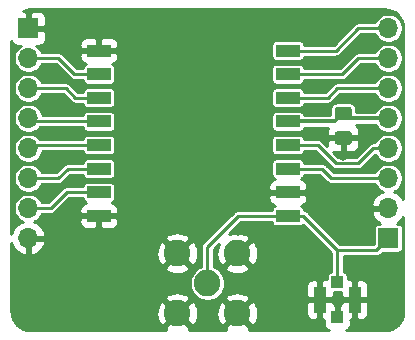
<source format=gbr>
%TF.GenerationSoftware,KiCad,Pcbnew,5.1.12-84ad8e8a86~92~ubuntu20.04.1*%
%TF.CreationDate,2021-12-04T14:18:14+01:00*%
%TF.ProjectId,RFMBreakout,52464d42-7265-4616-9b6f-75742e6b6963,rev?*%
%TF.SameCoordinates,Original*%
%TF.FileFunction,Copper,L1,Top*%
%TF.FilePolarity,Positive*%
%FSLAX46Y46*%
G04 Gerber Fmt 4.6, Leading zero omitted, Abs format (unit mm)*
G04 Created by KiCad (PCBNEW 5.1.12-84ad8e8a86~92~ubuntu20.04.1) date 2021-12-04 14:18:14*
%MOMM*%
%LPD*%
G01*
G04 APERTURE LIST*
%TA.AperFunction,ComponentPad*%
%ADD10C,2.250000*%
%TD*%
%TA.AperFunction,SMDPad,CuDef*%
%ADD11R,1.000000X1.000000*%
%TD*%
%TA.AperFunction,SMDPad,CuDef*%
%ADD12R,1.050000X2.200000*%
%TD*%
%TA.AperFunction,ComponentPad*%
%ADD13O,1.700000X1.700000*%
%TD*%
%TA.AperFunction,ComponentPad*%
%ADD14R,1.700000X1.700000*%
%TD*%
%TA.AperFunction,SMDPad,CuDef*%
%ADD15R,2.000000X1.000000*%
%TD*%
%TA.AperFunction,ViaPad*%
%ADD16C,0.800000*%
%TD*%
%TA.AperFunction,Conductor*%
%ADD17C,0.250000*%
%TD*%
%TA.AperFunction,Conductor*%
%ADD18C,0.304800*%
%TD*%
%TA.AperFunction,Conductor*%
%ADD19C,0.293370*%
%TD*%
%TA.AperFunction,Conductor*%
%ADD20C,0.254000*%
%TD*%
%TA.AperFunction,Conductor*%
%ADD21C,0.100000*%
%TD*%
G04 APERTURE END LIST*
D10*
%TO.P,J4,2*%
%TO.N,GND*%
X134540000Y-99060000D03*
X134540000Y-104140000D03*
X129460000Y-104140000D03*
X129460000Y-99060000D03*
%TO.P,J4,1*%
%TO.N,ANT*%
X132000000Y-101600000D03*
%TD*%
D11*
%TO.P,J3,1*%
%TO.N,ANT*%
X143000000Y-101500000D03*
%TO.P,J3,2*%
%TO.N,GND*%
X143000000Y-104500000D03*
D12*
X141525000Y-103000000D03*
X144475000Y-103000000D03*
%TD*%
D13*
%TO.P,J2,8*%
%TO.N,DIO2*%
X147320000Y-80010000D03*
%TO.P,J2,7*%
%TO.N,DIO1*%
X147320000Y-82550000D03*
%TO.P,J2,6*%
%TO.N,DIO0*%
X147320000Y-85090000D03*
%TO.P,J2,5*%
%TO.N,+3V3*%
X147320000Y-87630000D03*
%TO.P,J2,4*%
%TO.N,DIO4*%
X147320000Y-90170000D03*
%TO.P,J2,3*%
%TO.N,DIO3*%
X147320000Y-92710000D03*
%TO.P,J2,2*%
%TO.N,GND*%
X147320000Y-95250000D03*
D14*
%TO.P,J2,1*%
%TO.N,ANT*%
X147320000Y-97790000D03*
%TD*%
%TO.P,C1,2*%
%TO.N,GND*%
%TA.AperFunction,SMDPad,CuDef*%
G36*
G01*
X143035000Y-88715000D02*
X143985000Y-88715000D01*
G75*
G02*
X144235000Y-88965000I0J-250000D01*
G01*
X144235000Y-89640000D01*
G75*
G02*
X143985000Y-89890000I-250000J0D01*
G01*
X143035000Y-89890000D01*
G75*
G02*
X142785000Y-89640000I0J250000D01*
G01*
X142785000Y-88965000D01*
G75*
G02*
X143035000Y-88715000I250000J0D01*
G01*
G37*
%TD.AperFunction*%
%TO.P,C1,1*%
%TO.N,+3V3*%
%TA.AperFunction,SMDPad,CuDef*%
G36*
G01*
X143035000Y-86640000D02*
X143985000Y-86640000D01*
G75*
G02*
X144235000Y-86890000I0J-250000D01*
G01*
X144235000Y-87565000D01*
G75*
G02*
X143985000Y-87815000I-250000J0D01*
G01*
X143035000Y-87815000D01*
G75*
G02*
X142785000Y-87565000I0J250000D01*
G01*
X142785000Y-86890000D01*
G75*
G02*
X143035000Y-86640000I250000J0D01*
G01*
G37*
%TD.AperFunction*%
%TD*%
D15*
%TO.P,U1,16*%
%TO.N,DIO2*%
X138810000Y-81900000D03*
%TO.P,U1,15*%
%TO.N,DIO1*%
X138810000Y-83900000D03*
%TO.P,U1,14*%
%TO.N,DIO0*%
X138810000Y-85900000D03*
%TO.P,U1,13*%
%TO.N,+3V3*%
X138810000Y-87900000D03*
%TO.P,U1,12*%
%TO.N,DIO4*%
X138810000Y-89900000D03*
%TO.P,U1,11*%
%TO.N,DIO3*%
X138810000Y-91900000D03*
%TO.P,U1,10*%
%TO.N,GND*%
X138810000Y-93900000D03*
%TO.P,U1,9*%
%TO.N,ANT*%
X138810000Y-95900000D03*
%TO.P,U1,8*%
%TO.N,GND*%
X122810000Y-95900000D03*
%TO.P,U1,7*%
%TO.N,DIO5*%
X122810000Y-93900000D03*
%TO.P,U1,6*%
%TO.N,RESET*%
X122810000Y-91900000D03*
%TO.P,U1,5*%
%TO.N,~SS*%
X122810000Y-89900000D03*
%TO.P,U1,4*%
%TO.N,SCK*%
X122810000Y-87900000D03*
%TO.P,U1,3*%
%TO.N,MOSI*%
X122810000Y-85900000D03*
%TO.P,U1,2*%
%TO.N,MISO*%
X122810000Y-83900000D03*
%TO.P,U1,1*%
%TO.N,GND*%
X122810000Y-81900000D03*
%TD*%
D13*
%TO.P,J1,8*%
%TO.N,GND*%
X116840000Y-97790000D03*
%TO.P,J1,7*%
%TO.N,DIO5*%
X116840000Y-95250000D03*
%TO.P,J1,6*%
%TO.N,RESET*%
X116840000Y-92710000D03*
%TO.P,J1,5*%
%TO.N,~SS*%
X116840000Y-90170000D03*
%TO.P,J1,4*%
%TO.N,SCK*%
X116840000Y-87630000D03*
%TO.P,J1,3*%
%TO.N,MOSI*%
X116840000Y-85090000D03*
%TO.P,J1,2*%
%TO.N,MISO*%
X116840000Y-82550000D03*
D14*
%TO.P,J1,1*%
%TO.N,GND*%
X116840000Y-80010000D03*
%TD*%
D16*
%TO.N,GND*%
X129540000Y-101600000D03*
X134620000Y-101600000D03*
X132080000Y-97155000D03*
X133985000Y-95250000D03*
X136525000Y-93980000D03*
X134620000Y-97155000D03*
X136525000Y-97155000D03*
X139700000Y-97155000D03*
X140970000Y-98425000D03*
X141605000Y-99695000D03*
X144145000Y-99695000D03*
X141605000Y-95885000D03*
X142875000Y-97155000D03*
X144780000Y-97790000D03*
X140970000Y-93980000D03*
X143510000Y-90805000D03*
%TD*%
D17*
%TO.N,DIO5*%
X122810000Y-93900000D02*
X120095000Y-93900000D01*
X118745000Y-95250000D02*
X116840000Y-95250000D01*
X120095000Y-93900000D02*
X118745000Y-95250000D01*
%TO.N,RESET*%
X122810000Y-91900000D02*
X120190000Y-91900000D01*
X119380000Y-92710000D02*
X116840000Y-92710000D01*
X120190000Y-91900000D02*
X119380000Y-92710000D01*
%TO.N,~SS*%
X117110000Y-89900000D02*
X116840000Y-90170000D01*
X122810000Y-89900000D02*
X117110000Y-89900000D01*
%TO.N,SCK*%
X117110000Y-87900000D02*
X116840000Y-87630000D01*
X122810000Y-87900000D02*
X117110000Y-87900000D01*
%TO.N,MOSI*%
X122810000Y-85900000D02*
X120825000Y-85900000D01*
X120015000Y-85090000D02*
X116840000Y-85090000D01*
X120825000Y-85900000D02*
X120015000Y-85090000D01*
%TO.N,MISO*%
X122810000Y-83900000D02*
X120730000Y-83900000D01*
X119380000Y-82550000D02*
X116840000Y-82550000D01*
X120730000Y-83900000D02*
X119380000Y-82550000D01*
%TO.N,DIO2*%
X142890000Y-81900000D02*
X140545000Y-81900000D01*
X144780000Y-80010000D02*
X142890000Y-81900000D01*
X146685000Y-80010000D02*
X144780000Y-80010000D01*
X140545000Y-81900000D02*
X138810000Y-81900000D01*
%TO.N,DIO1*%
X144780000Y-82550000D02*
X146685000Y-82550000D01*
X143430000Y-83900000D02*
X144780000Y-82550000D01*
X138810000Y-83900000D02*
X143430000Y-83900000D01*
%TO.N,DIO0*%
X143002000Y-85090000D02*
X146685000Y-85090000D01*
X142192000Y-85900000D02*
X143002000Y-85090000D01*
X138810000Y-85900000D02*
X142192000Y-85900000D01*
D18*
%TO.N,+3V3*%
X143912500Y-87630000D02*
X143510000Y-87227500D01*
X146685000Y-87630000D02*
X143912500Y-87630000D01*
X142837500Y-87900000D02*
X143510000Y-87227500D01*
X138810000Y-87900000D02*
X142837500Y-87900000D01*
D17*
%TO.N,DIO4*%
X146050000Y-90170000D02*
X146685000Y-90170000D01*
X144780000Y-91440000D02*
X146050000Y-90170000D01*
X142875000Y-91440000D02*
X144780000Y-91440000D01*
X141335000Y-89900000D02*
X142875000Y-91440000D01*
X138810000Y-89900000D02*
X141335000Y-89900000D01*
%TO.N,DIO3*%
X142494000Y-92710000D02*
X146685000Y-92710000D01*
X141684000Y-91900000D02*
X142494000Y-92710000D01*
X138810000Y-91900000D02*
X141684000Y-91900000D01*
D19*
%TO.N,ANT*%
X143000000Y-98796630D02*
X143000000Y-101500000D01*
X140103370Y-95900000D02*
X143000000Y-98796630D01*
X138810000Y-95900000D02*
X140103370Y-95900000D01*
X146313370Y-98796630D02*
X147320000Y-97790000D01*
X143000000Y-98796630D02*
X146313370Y-98796630D01*
X132000000Y-98505000D02*
X132000000Y-101600000D01*
X134605000Y-95900000D02*
X132000000Y-98505000D01*
X138810000Y-95900000D02*
X134605000Y-95900000D01*
%TD*%
D20*
%TO.N,GND*%
X147309229Y-78438267D02*
X147606688Y-78528075D01*
X147881028Y-78673945D01*
X148121813Y-78870325D01*
X148319873Y-79109736D01*
X148467654Y-79383053D01*
X148559535Y-79679872D01*
X148594001Y-80007792D01*
X148594000Y-94488034D01*
X148591641Y-94483080D01*
X148417588Y-94249731D01*
X148201355Y-94054822D01*
X147951252Y-93905843D01*
X147788832Y-93848228D01*
X147903097Y-93800898D01*
X148104717Y-93666180D01*
X148276180Y-93494717D01*
X148410898Y-93293097D01*
X148503693Y-93069069D01*
X148551000Y-92831243D01*
X148551000Y-92588757D01*
X148503693Y-92350931D01*
X148410898Y-92126903D01*
X148276180Y-91925283D01*
X148104717Y-91753820D01*
X147903097Y-91619102D01*
X147679069Y-91526307D01*
X147441243Y-91479000D01*
X147198757Y-91479000D01*
X146960931Y-91526307D01*
X146736903Y-91619102D01*
X146535283Y-91753820D01*
X146363820Y-91925283D01*
X146229102Y-92126903D01*
X146197168Y-92204000D01*
X142703592Y-92204000D01*
X142059376Y-91559785D01*
X142043527Y-91540473D01*
X141966479Y-91477241D01*
X141878575Y-91430255D01*
X141783193Y-91401322D01*
X141708854Y-91394000D01*
X141708846Y-91394000D01*
X141684000Y-91391553D01*
X141659154Y-91394000D01*
X140192252Y-91394000D01*
X140185487Y-91325311D01*
X140163701Y-91253492D01*
X140128322Y-91187304D01*
X140080711Y-91129289D01*
X140022696Y-91081678D01*
X139956508Y-91046299D01*
X139884689Y-91024513D01*
X139810000Y-91017157D01*
X137810000Y-91017157D01*
X137735311Y-91024513D01*
X137663492Y-91046299D01*
X137597304Y-91081678D01*
X137539289Y-91129289D01*
X137491678Y-91187304D01*
X137456299Y-91253492D01*
X137434513Y-91325311D01*
X137427157Y-91400000D01*
X137427157Y-92400000D01*
X137434513Y-92474689D01*
X137456299Y-92546508D01*
X137491678Y-92612696D01*
X137539289Y-92670711D01*
X137597304Y-92718322D01*
X137663492Y-92753701D01*
X137719874Y-92770804D01*
X137685518Y-92774188D01*
X137565820Y-92810498D01*
X137455506Y-92869463D01*
X137358815Y-92948815D01*
X137279463Y-93045506D01*
X137220498Y-93155820D01*
X137184188Y-93275518D01*
X137171928Y-93400000D01*
X137175000Y-93614250D01*
X137333750Y-93773000D01*
X138683000Y-93773000D01*
X138683000Y-93753000D01*
X138937000Y-93753000D01*
X138937000Y-93773000D01*
X140286250Y-93773000D01*
X140445000Y-93614250D01*
X140448072Y-93400000D01*
X140435812Y-93275518D01*
X140399502Y-93155820D01*
X140340537Y-93045506D01*
X140261185Y-92948815D01*
X140164494Y-92869463D01*
X140054180Y-92810498D01*
X139934482Y-92774188D01*
X139900126Y-92770804D01*
X139956508Y-92753701D01*
X140022696Y-92718322D01*
X140080711Y-92670711D01*
X140128322Y-92612696D01*
X140163701Y-92546508D01*
X140185487Y-92474689D01*
X140192252Y-92406000D01*
X141474409Y-92406000D01*
X142118628Y-93050220D01*
X142134473Y-93069527D01*
X142211521Y-93132759D01*
X142299425Y-93179745D01*
X142394807Y-93208678D01*
X142469146Y-93216000D01*
X142469154Y-93216000D01*
X142494000Y-93218447D01*
X142518846Y-93216000D01*
X146197168Y-93216000D01*
X146229102Y-93293097D01*
X146363820Y-93494717D01*
X146535283Y-93666180D01*
X146736903Y-93800898D01*
X146851168Y-93848228D01*
X146688748Y-93905843D01*
X146438645Y-94054822D01*
X146222412Y-94249731D01*
X146048359Y-94483080D01*
X145923175Y-94745901D01*
X145878524Y-94893110D01*
X145999845Y-95123000D01*
X147193000Y-95123000D01*
X147193000Y-95103000D01*
X147447000Y-95103000D01*
X147447000Y-95123000D01*
X147467000Y-95123000D01*
X147467000Y-95377000D01*
X147447000Y-95377000D01*
X147447000Y-95397000D01*
X147193000Y-95397000D01*
X147193000Y-95377000D01*
X145999845Y-95377000D01*
X145878524Y-95606890D01*
X145923175Y-95754099D01*
X146048359Y-96016920D01*
X146222412Y-96250269D01*
X146438645Y-96445178D01*
X146626633Y-96557157D01*
X146470000Y-96557157D01*
X146395311Y-96564513D01*
X146323492Y-96586299D01*
X146257304Y-96621678D01*
X146199289Y-96669289D01*
X146151678Y-96727304D01*
X146116299Y-96793492D01*
X146094513Y-96865311D01*
X146087157Y-96940000D01*
X146087157Y-98268945D01*
X143218574Y-98268945D01*
X140494831Y-95545202D01*
X140478305Y-95525065D01*
X140397954Y-95459123D01*
X140306283Y-95410124D01*
X140206814Y-95379950D01*
X140190712Y-95378364D01*
X140185487Y-95325311D01*
X140163701Y-95253492D01*
X140128322Y-95187304D01*
X140080711Y-95129289D01*
X140022696Y-95081678D01*
X139956508Y-95046299D01*
X139900126Y-95029196D01*
X139934482Y-95025812D01*
X140054180Y-94989502D01*
X140164494Y-94930537D01*
X140261185Y-94851185D01*
X140340537Y-94754494D01*
X140399502Y-94644180D01*
X140435812Y-94524482D01*
X140448072Y-94400000D01*
X140445000Y-94185750D01*
X140286250Y-94027000D01*
X138937000Y-94027000D01*
X138937000Y-94047000D01*
X138683000Y-94047000D01*
X138683000Y-94027000D01*
X137333750Y-94027000D01*
X137175000Y-94185750D01*
X137171928Y-94400000D01*
X137184188Y-94524482D01*
X137220498Y-94644180D01*
X137279463Y-94754494D01*
X137358815Y-94851185D01*
X137455506Y-94930537D01*
X137565820Y-94989502D01*
X137685518Y-95025812D01*
X137719874Y-95029196D01*
X137663492Y-95046299D01*
X137597304Y-95081678D01*
X137539289Y-95129289D01*
X137491678Y-95187304D01*
X137456299Y-95253492D01*
X137434513Y-95325311D01*
X137429884Y-95372315D01*
X134630911Y-95372315D01*
X134604999Y-95369763D01*
X134579087Y-95372315D01*
X134579078Y-95372315D01*
X134501556Y-95379950D01*
X134402087Y-95410124D01*
X134322251Y-95452797D01*
X134310414Y-95459124D01*
X134250199Y-95508541D01*
X134250196Y-95508544D01*
X134230065Y-95525065D01*
X134213544Y-95545196D01*
X131645201Y-98113540D01*
X131625065Y-98130065D01*
X131559123Y-98210416D01*
X131510124Y-98302088D01*
X131479950Y-98401557D01*
X131475984Y-98441829D01*
X131469762Y-98505000D01*
X131472315Y-98530920D01*
X131472316Y-100188491D01*
X131286641Y-100265400D01*
X131039981Y-100430213D01*
X130830213Y-100639981D01*
X130665400Y-100886641D01*
X130551875Y-101160716D01*
X130494000Y-101451672D01*
X130494000Y-101748328D01*
X130551875Y-102039284D01*
X130665400Y-102313359D01*
X130830213Y-102560019D01*
X131039981Y-102769787D01*
X131286641Y-102934600D01*
X131560716Y-103048125D01*
X131851672Y-103106000D01*
X132148328Y-103106000D01*
X132439284Y-103048125D01*
X132713359Y-102934600D01*
X132741990Y-102915469D01*
X133495074Y-102915469D01*
X134540000Y-103960395D01*
X135584926Y-102915469D01*
X135474079Y-102638286D01*
X135163160Y-102484911D01*
X134828295Y-102395140D01*
X134482350Y-102372424D01*
X134138620Y-102417634D01*
X133810315Y-102529034D01*
X133605921Y-102638286D01*
X133495074Y-102915469D01*
X132741990Y-102915469D01*
X132960019Y-102769787D01*
X133169787Y-102560019D01*
X133334600Y-102313359D01*
X133448125Y-102039284D01*
X133475830Y-101900000D01*
X140361928Y-101900000D01*
X140365000Y-102714250D01*
X140523750Y-102873000D01*
X141398000Y-102873000D01*
X141398000Y-101423750D01*
X141239250Y-101265000D01*
X141000000Y-101261928D01*
X140875518Y-101274188D01*
X140755820Y-101310498D01*
X140645506Y-101369463D01*
X140548815Y-101448815D01*
X140469463Y-101545506D01*
X140410498Y-101655820D01*
X140374188Y-101775518D01*
X140361928Y-101900000D01*
X133475830Y-101900000D01*
X133506000Y-101748328D01*
X133506000Y-101451672D01*
X133448125Y-101160716D01*
X133334600Y-100886641D01*
X133169787Y-100639981D01*
X132960019Y-100430213D01*
X132741991Y-100284531D01*
X133495074Y-100284531D01*
X133605921Y-100561714D01*
X133916840Y-100715089D01*
X134251705Y-100804860D01*
X134597650Y-100827576D01*
X134941380Y-100782366D01*
X135269685Y-100670966D01*
X135474079Y-100561714D01*
X135584926Y-100284531D01*
X134540000Y-99239605D01*
X133495074Y-100284531D01*
X132741991Y-100284531D01*
X132713359Y-100265400D01*
X132527685Y-100188492D01*
X132527685Y-98723574D01*
X132953537Y-98297722D01*
X132884911Y-98436840D01*
X132795140Y-98771705D01*
X132772424Y-99117650D01*
X132817634Y-99461380D01*
X132929034Y-99789685D01*
X133038286Y-99994079D01*
X133315469Y-100104926D01*
X134360395Y-99060000D01*
X134719605Y-99060000D01*
X135764531Y-100104926D01*
X136041714Y-99994079D01*
X136195089Y-99683160D01*
X136284860Y-99348295D01*
X136307576Y-99002350D01*
X136262366Y-98658620D01*
X136150966Y-98330315D01*
X136041714Y-98125921D01*
X135764531Y-98015074D01*
X134719605Y-99060000D01*
X134360395Y-99060000D01*
X134346253Y-99045858D01*
X134525858Y-98866253D01*
X134540000Y-98880395D01*
X135584926Y-97835469D01*
X135474079Y-97558286D01*
X135163160Y-97404911D01*
X134828295Y-97315140D01*
X134482350Y-97292424D01*
X134138620Y-97337634D01*
X133810315Y-97449034D01*
X133792936Y-97458323D01*
X134823575Y-96427685D01*
X137429884Y-96427685D01*
X137434513Y-96474689D01*
X137456299Y-96546508D01*
X137491678Y-96612696D01*
X137539289Y-96670711D01*
X137597304Y-96718322D01*
X137663492Y-96753701D01*
X137735311Y-96775487D01*
X137810000Y-96782843D01*
X139810000Y-96782843D01*
X139884689Y-96775487D01*
X139956508Y-96753701D01*
X140022696Y-96718322D01*
X140080711Y-96670711D01*
X140101946Y-96644835D01*
X142472315Y-99015204D01*
X142472316Y-100619884D01*
X142425311Y-100624513D01*
X142353492Y-100646299D01*
X142287304Y-100681678D01*
X142229289Y-100729289D01*
X142181678Y-100787304D01*
X142146299Y-100853492D01*
X142124513Y-100925311D01*
X142117157Y-101000000D01*
X142117157Y-101268542D01*
X142050000Y-101261928D01*
X141810750Y-101265000D01*
X141652000Y-101423750D01*
X141652000Y-102873000D01*
X142526250Y-102873000D01*
X142685000Y-102714250D01*
X142686250Y-102382843D01*
X143313750Y-102382843D01*
X143315000Y-102714250D01*
X143473750Y-102873000D01*
X144348000Y-102873000D01*
X144348000Y-101423750D01*
X144602000Y-101423750D01*
X144602000Y-102873000D01*
X145476250Y-102873000D01*
X145635000Y-102714250D01*
X145638072Y-101900000D01*
X145625812Y-101775518D01*
X145589502Y-101655820D01*
X145530537Y-101545506D01*
X145451185Y-101448815D01*
X145354494Y-101369463D01*
X145244180Y-101310498D01*
X145124482Y-101274188D01*
X145000000Y-101261928D01*
X144760750Y-101265000D01*
X144602000Y-101423750D01*
X144348000Y-101423750D01*
X144189250Y-101265000D01*
X143950000Y-101261928D01*
X143882843Y-101268542D01*
X143882843Y-101000000D01*
X143875487Y-100925311D01*
X143853701Y-100853492D01*
X143818322Y-100787304D01*
X143770711Y-100729289D01*
X143712696Y-100681678D01*
X143646508Y-100646299D01*
X143574689Y-100624513D01*
X143527685Y-100619884D01*
X143527685Y-99324315D01*
X146287451Y-99324315D01*
X146313370Y-99326868D01*
X146339289Y-99324315D01*
X146339292Y-99324315D01*
X146416814Y-99316680D01*
X146516283Y-99286506D01*
X146607954Y-99237507D01*
X146688305Y-99171565D01*
X146704831Y-99151428D01*
X146833416Y-99022843D01*
X148170000Y-99022843D01*
X148244689Y-99015487D01*
X148316508Y-98993701D01*
X148382696Y-98958322D01*
X148440711Y-98910711D01*
X148488322Y-98852696D01*
X148523701Y-98786508D01*
X148545487Y-98714689D01*
X148552843Y-98640000D01*
X148552843Y-96940000D01*
X148545487Y-96865311D01*
X148523701Y-96793492D01*
X148488322Y-96727304D01*
X148440711Y-96669289D01*
X148382696Y-96621678D01*
X148316508Y-96586299D01*
X148244689Y-96564513D01*
X148170000Y-96557157D01*
X148013367Y-96557157D01*
X148201355Y-96445178D01*
X148417588Y-96250269D01*
X148591641Y-96016920D01*
X148594000Y-96011967D01*
X148594000Y-103980146D01*
X148561733Y-104309230D01*
X148471926Y-104606684D01*
X148326056Y-104881025D01*
X148129675Y-105121813D01*
X147890265Y-105319871D01*
X147616948Y-105467654D01*
X147320128Y-105559535D01*
X146992218Y-105594000D01*
X143729352Y-105594000D01*
X143744180Y-105589502D01*
X143854494Y-105530537D01*
X143951185Y-105451185D01*
X144030537Y-105354494D01*
X144089502Y-105244180D01*
X144125812Y-105124482D01*
X144138072Y-105000000D01*
X144135000Y-104785750D01*
X144085581Y-104736331D01*
X144189250Y-104735000D01*
X144348000Y-104576250D01*
X144348000Y-103127000D01*
X144602000Y-103127000D01*
X144602000Y-104576250D01*
X144760750Y-104735000D01*
X145000000Y-104738072D01*
X145124482Y-104725812D01*
X145244180Y-104689502D01*
X145354494Y-104630537D01*
X145451185Y-104551185D01*
X145530537Y-104454494D01*
X145589502Y-104344180D01*
X145625812Y-104224482D01*
X145638072Y-104100000D01*
X145635000Y-103285750D01*
X145476250Y-103127000D01*
X144602000Y-103127000D01*
X144348000Y-103127000D01*
X143473750Y-103127000D01*
X143315000Y-103285750D01*
X143314703Y-103364585D01*
X143285750Y-103365000D01*
X143127000Y-103523750D01*
X143127000Y-104373000D01*
X143147000Y-104373000D01*
X143147000Y-104627000D01*
X143127000Y-104627000D01*
X143127000Y-104647000D01*
X142873000Y-104647000D01*
X142873000Y-104627000D01*
X142853000Y-104627000D01*
X142853000Y-104373000D01*
X142873000Y-104373000D01*
X142873000Y-103523750D01*
X142714250Y-103365000D01*
X142685297Y-103364585D01*
X142685000Y-103285750D01*
X142526250Y-103127000D01*
X141652000Y-103127000D01*
X141652000Y-104576250D01*
X141810750Y-104735000D01*
X141914419Y-104736331D01*
X141865000Y-104785750D01*
X141861928Y-105000000D01*
X141874188Y-105124482D01*
X141910498Y-105244180D01*
X141969463Y-105354494D01*
X142048815Y-105451185D01*
X142145506Y-105530537D01*
X142255820Y-105589502D01*
X142270648Y-105594000D01*
X135493160Y-105594000D01*
X135584926Y-105364531D01*
X134540000Y-104319605D01*
X133495074Y-105364531D01*
X133586840Y-105594000D01*
X130413160Y-105594000D01*
X130504926Y-105364531D01*
X129460000Y-104319605D01*
X128415074Y-105364531D01*
X128506840Y-105594000D01*
X117019854Y-105594000D01*
X116690770Y-105561733D01*
X116393316Y-105471926D01*
X116118975Y-105326056D01*
X115878187Y-105129675D01*
X115680129Y-104890265D01*
X115532346Y-104616948D01*
X115440465Y-104320128D01*
X115427592Y-104197650D01*
X127692424Y-104197650D01*
X127737634Y-104541380D01*
X127849034Y-104869685D01*
X127958286Y-105074079D01*
X128235469Y-105184926D01*
X129280395Y-104140000D01*
X129639605Y-104140000D01*
X130684531Y-105184926D01*
X130961714Y-105074079D01*
X131115089Y-104763160D01*
X131204860Y-104428295D01*
X131220004Y-104197650D01*
X132772424Y-104197650D01*
X132817634Y-104541380D01*
X132929034Y-104869685D01*
X133038286Y-105074079D01*
X133315469Y-105184926D01*
X134360395Y-104140000D01*
X134719605Y-104140000D01*
X135764531Y-105184926D01*
X136041714Y-105074079D01*
X136195089Y-104763160D01*
X136284860Y-104428295D01*
X136306417Y-104100000D01*
X140361928Y-104100000D01*
X140374188Y-104224482D01*
X140410498Y-104344180D01*
X140469463Y-104454494D01*
X140548815Y-104551185D01*
X140645506Y-104630537D01*
X140755820Y-104689502D01*
X140875518Y-104725812D01*
X141000000Y-104738072D01*
X141239250Y-104735000D01*
X141398000Y-104576250D01*
X141398000Y-103127000D01*
X140523750Y-103127000D01*
X140365000Y-103285750D01*
X140361928Y-104100000D01*
X136306417Y-104100000D01*
X136307576Y-104082350D01*
X136262366Y-103738620D01*
X136150966Y-103410315D01*
X136041714Y-103205921D01*
X135764531Y-103095074D01*
X134719605Y-104140000D01*
X134360395Y-104140000D01*
X133315469Y-103095074D01*
X133038286Y-103205921D01*
X132884911Y-103516840D01*
X132795140Y-103851705D01*
X132772424Y-104197650D01*
X131220004Y-104197650D01*
X131227576Y-104082350D01*
X131182366Y-103738620D01*
X131070966Y-103410315D01*
X130961714Y-103205921D01*
X130684531Y-103095074D01*
X129639605Y-104140000D01*
X129280395Y-104140000D01*
X128235469Y-103095074D01*
X127958286Y-103205921D01*
X127804911Y-103516840D01*
X127715140Y-103851705D01*
X127692424Y-104197650D01*
X115427592Y-104197650D01*
X115406000Y-103992218D01*
X115406000Y-102915469D01*
X128415074Y-102915469D01*
X129460000Y-103960395D01*
X130504926Y-102915469D01*
X130394079Y-102638286D01*
X130083160Y-102484911D01*
X129748295Y-102395140D01*
X129402350Y-102372424D01*
X129058620Y-102417634D01*
X128730315Y-102529034D01*
X128525921Y-102638286D01*
X128415074Y-102915469D01*
X115406000Y-102915469D01*
X115406000Y-100284531D01*
X128415074Y-100284531D01*
X128525921Y-100561714D01*
X128836840Y-100715089D01*
X129171705Y-100804860D01*
X129517650Y-100827576D01*
X129861380Y-100782366D01*
X130189685Y-100670966D01*
X130394079Y-100561714D01*
X130504926Y-100284531D01*
X129460000Y-99239605D01*
X128415074Y-100284531D01*
X115406000Y-100284531D01*
X115406000Y-98171537D01*
X115443175Y-98294099D01*
X115568359Y-98556920D01*
X115742412Y-98790269D01*
X115958645Y-98985178D01*
X116208748Y-99134157D01*
X116483109Y-99231481D01*
X116713000Y-99110814D01*
X116713000Y-97917000D01*
X116967000Y-97917000D01*
X116967000Y-99110814D01*
X117196891Y-99231481D01*
X117471252Y-99134157D01*
X117498963Y-99117650D01*
X127692424Y-99117650D01*
X127737634Y-99461380D01*
X127849034Y-99789685D01*
X127958286Y-99994079D01*
X128235469Y-100104926D01*
X129280395Y-99060000D01*
X129639605Y-99060000D01*
X130684531Y-100104926D01*
X130961714Y-99994079D01*
X131115089Y-99683160D01*
X131204860Y-99348295D01*
X131227576Y-99002350D01*
X131182366Y-98658620D01*
X131070966Y-98330315D01*
X130961714Y-98125921D01*
X130684531Y-98015074D01*
X129639605Y-99060000D01*
X129280395Y-99060000D01*
X128235469Y-98015074D01*
X127958286Y-98125921D01*
X127804911Y-98436840D01*
X127715140Y-98771705D01*
X127692424Y-99117650D01*
X117498963Y-99117650D01*
X117721355Y-98985178D01*
X117937588Y-98790269D01*
X118111641Y-98556920D01*
X118236825Y-98294099D01*
X118281476Y-98146890D01*
X118160155Y-97917000D01*
X116967000Y-97917000D01*
X116713000Y-97917000D01*
X116693000Y-97917000D01*
X116693000Y-97835469D01*
X128415074Y-97835469D01*
X129460000Y-98880395D01*
X130504926Y-97835469D01*
X130394079Y-97558286D01*
X130083160Y-97404911D01*
X129748295Y-97315140D01*
X129402350Y-97292424D01*
X129058620Y-97337634D01*
X128730315Y-97449034D01*
X128525921Y-97558286D01*
X128415074Y-97835469D01*
X116693000Y-97835469D01*
X116693000Y-97663000D01*
X116713000Y-97663000D01*
X116713000Y-97643000D01*
X116967000Y-97643000D01*
X116967000Y-97663000D01*
X118160155Y-97663000D01*
X118281476Y-97433110D01*
X118236825Y-97285901D01*
X118111641Y-97023080D01*
X117937588Y-96789731D01*
X117721355Y-96594822D01*
X117471252Y-96445843D01*
X117342018Y-96400000D01*
X121171928Y-96400000D01*
X121184188Y-96524482D01*
X121220498Y-96644180D01*
X121279463Y-96754494D01*
X121358815Y-96851185D01*
X121455506Y-96930537D01*
X121565820Y-96989502D01*
X121685518Y-97025812D01*
X121810000Y-97038072D01*
X122524250Y-97035000D01*
X122683000Y-96876250D01*
X122683000Y-96027000D01*
X122937000Y-96027000D01*
X122937000Y-96876250D01*
X123095750Y-97035000D01*
X123810000Y-97038072D01*
X123934482Y-97025812D01*
X124054180Y-96989502D01*
X124164494Y-96930537D01*
X124261185Y-96851185D01*
X124340537Y-96754494D01*
X124399502Y-96644180D01*
X124435812Y-96524482D01*
X124448072Y-96400000D01*
X124445000Y-96185750D01*
X124286250Y-96027000D01*
X122937000Y-96027000D01*
X122683000Y-96027000D01*
X121333750Y-96027000D01*
X121175000Y-96185750D01*
X121171928Y-96400000D01*
X117342018Y-96400000D01*
X117308832Y-96388228D01*
X117423097Y-96340898D01*
X117624717Y-96206180D01*
X117796180Y-96034717D01*
X117930898Y-95833097D01*
X117962832Y-95756000D01*
X118720154Y-95756000D01*
X118745000Y-95758447D01*
X118769846Y-95756000D01*
X118769854Y-95756000D01*
X118844193Y-95748678D01*
X118939575Y-95719745D01*
X119027479Y-95672759D01*
X119104527Y-95609527D01*
X119120376Y-95590215D01*
X120304592Y-94406000D01*
X121427748Y-94406000D01*
X121434513Y-94474689D01*
X121456299Y-94546508D01*
X121491678Y-94612696D01*
X121539289Y-94670711D01*
X121597304Y-94718322D01*
X121663492Y-94753701D01*
X121719874Y-94770804D01*
X121685518Y-94774188D01*
X121565820Y-94810498D01*
X121455506Y-94869463D01*
X121358815Y-94948815D01*
X121279463Y-95045506D01*
X121220498Y-95155820D01*
X121184188Y-95275518D01*
X121171928Y-95400000D01*
X121175000Y-95614250D01*
X121333750Y-95773000D01*
X122683000Y-95773000D01*
X122683000Y-95753000D01*
X122937000Y-95753000D01*
X122937000Y-95773000D01*
X124286250Y-95773000D01*
X124445000Y-95614250D01*
X124448072Y-95400000D01*
X124435812Y-95275518D01*
X124399502Y-95155820D01*
X124340537Y-95045506D01*
X124261185Y-94948815D01*
X124164494Y-94869463D01*
X124054180Y-94810498D01*
X123934482Y-94774188D01*
X123900126Y-94770804D01*
X123956508Y-94753701D01*
X124022696Y-94718322D01*
X124080711Y-94670711D01*
X124128322Y-94612696D01*
X124163701Y-94546508D01*
X124185487Y-94474689D01*
X124192843Y-94400000D01*
X124192843Y-93400000D01*
X124185487Y-93325311D01*
X124163701Y-93253492D01*
X124128322Y-93187304D01*
X124080711Y-93129289D01*
X124022696Y-93081678D01*
X123956508Y-93046299D01*
X123884689Y-93024513D01*
X123810000Y-93017157D01*
X121810000Y-93017157D01*
X121735311Y-93024513D01*
X121663492Y-93046299D01*
X121597304Y-93081678D01*
X121539289Y-93129289D01*
X121491678Y-93187304D01*
X121456299Y-93253492D01*
X121434513Y-93325311D01*
X121427748Y-93394000D01*
X120119845Y-93394000D01*
X120094999Y-93391553D01*
X120070153Y-93394000D01*
X120070146Y-93394000D01*
X120009229Y-93400000D01*
X119995806Y-93401322D01*
X119973607Y-93408056D01*
X119900425Y-93430255D01*
X119812521Y-93477241D01*
X119735473Y-93540473D01*
X119719628Y-93559780D01*
X118535409Y-94744000D01*
X117962832Y-94744000D01*
X117930898Y-94666903D01*
X117796180Y-94465283D01*
X117624717Y-94293820D01*
X117423097Y-94159102D01*
X117199069Y-94066307D01*
X116961243Y-94019000D01*
X116718757Y-94019000D01*
X116480931Y-94066307D01*
X116256903Y-94159102D01*
X116055283Y-94293820D01*
X115883820Y-94465283D01*
X115749102Y-94666903D01*
X115656307Y-94890931D01*
X115609000Y-95128757D01*
X115609000Y-95371243D01*
X115656307Y-95609069D01*
X115749102Y-95833097D01*
X115883820Y-96034717D01*
X116055283Y-96206180D01*
X116256903Y-96340898D01*
X116371168Y-96388228D01*
X116208748Y-96445843D01*
X115958645Y-96594822D01*
X115742412Y-96789731D01*
X115568359Y-97023080D01*
X115443175Y-97285901D01*
X115406000Y-97408463D01*
X115406000Y-92588757D01*
X115609000Y-92588757D01*
X115609000Y-92831243D01*
X115656307Y-93069069D01*
X115749102Y-93293097D01*
X115883820Y-93494717D01*
X116055283Y-93666180D01*
X116256903Y-93800898D01*
X116480931Y-93893693D01*
X116718757Y-93941000D01*
X116961243Y-93941000D01*
X117199069Y-93893693D01*
X117423097Y-93800898D01*
X117624717Y-93666180D01*
X117796180Y-93494717D01*
X117930898Y-93293097D01*
X117962832Y-93216000D01*
X119355154Y-93216000D01*
X119380000Y-93218447D01*
X119404846Y-93216000D01*
X119404854Y-93216000D01*
X119479193Y-93208678D01*
X119574575Y-93179745D01*
X119662479Y-93132759D01*
X119739527Y-93069527D01*
X119755376Y-93050215D01*
X120399592Y-92406000D01*
X121427748Y-92406000D01*
X121434513Y-92474689D01*
X121456299Y-92546508D01*
X121491678Y-92612696D01*
X121539289Y-92670711D01*
X121597304Y-92718322D01*
X121663492Y-92753701D01*
X121735311Y-92775487D01*
X121810000Y-92782843D01*
X123810000Y-92782843D01*
X123884689Y-92775487D01*
X123956508Y-92753701D01*
X124022696Y-92718322D01*
X124080711Y-92670711D01*
X124128322Y-92612696D01*
X124163701Y-92546508D01*
X124185487Y-92474689D01*
X124192843Y-92400000D01*
X124192843Y-91400000D01*
X124185487Y-91325311D01*
X124163701Y-91253492D01*
X124128322Y-91187304D01*
X124080711Y-91129289D01*
X124022696Y-91081678D01*
X123956508Y-91046299D01*
X123884689Y-91024513D01*
X123810000Y-91017157D01*
X121810000Y-91017157D01*
X121735311Y-91024513D01*
X121663492Y-91046299D01*
X121597304Y-91081678D01*
X121539289Y-91129289D01*
X121491678Y-91187304D01*
X121456299Y-91253492D01*
X121434513Y-91325311D01*
X121427748Y-91394000D01*
X120214846Y-91394000D01*
X120190000Y-91391553D01*
X120165154Y-91394000D01*
X120165146Y-91394000D01*
X120090807Y-91401322D01*
X119995425Y-91430255D01*
X119907521Y-91477241D01*
X119830473Y-91540473D01*
X119814628Y-91559780D01*
X119170409Y-92204000D01*
X117962832Y-92204000D01*
X117930898Y-92126903D01*
X117796180Y-91925283D01*
X117624717Y-91753820D01*
X117423097Y-91619102D01*
X117199069Y-91526307D01*
X116961243Y-91479000D01*
X116718757Y-91479000D01*
X116480931Y-91526307D01*
X116256903Y-91619102D01*
X116055283Y-91753820D01*
X115883820Y-91925283D01*
X115749102Y-92126903D01*
X115656307Y-92350931D01*
X115609000Y-92588757D01*
X115406000Y-92588757D01*
X115406000Y-90048757D01*
X115609000Y-90048757D01*
X115609000Y-90291243D01*
X115656307Y-90529069D01*
X115749102Y-90753097D01*
X115883820Y-90954717D01*
X116055283Y-91126180D01*
X116256903Y-91260898D01*
X116480931Y-91353693D01*
X116718757Y-91401000D01*
X116961243Y-91401000D01*
X117199069Y-91353693D01*
X117423097Y-91260898D01*
X117624717Y-91126180D01*
X117796180Y-90954717D01*
X117930898Y-90753097D01*
X118023693Y-90529069D01*
X118048173Y-90406000D01*
X121427748Y-90406000D01*
X121434513Y-90474689D01*
X121456299Y-90546508D01*
X121491678Y-90612696D01*
X121539289Y-90670711D01*
X121597304Y-90718322D01*
X121663492Y-90753701D01*
X121735311Y-90775487D01*
X121810000Y-90782843D01*
X123810000Y-90782843D01*
X123884689Y-90775487D01*
X123956508Y-90753701D01*
X124022696Y-90718322D01*
X124080711Y-90670711D01*
X124128322Y-90612696D01*
X124163701Y-90546508D01*
X124185487Y-90474689D01*
X124192843Y-90400000D01*
X124192843Y-89400000D01*
X137427157Y-89400000D01*
X137427157Y-90400000D01*
X137434513Y-90474689D01*
X137456299Y-90546508D01*
X137491678Y-90612696D01*
X137539289Y-90670711D01*
X137597304Y-90718322D01*
X137663492Y-90753701D01*
X137735311Y-90775487D01*
X137810000Y-90782843D01*
X139810000Y-90782843D01*
X139884689Y-90775487D01*
X139956508Y-90753701D01*
X140022696Y-90718322D01*
X140080711Y-90670711D01*
X140128322Y-90612696D01*
X140163701Y-90546508D01*
X140185487Y-90474689D01*
X140192252Y-90406000D01*
X141125409Y-90406000D01*
X142499628Y-91780220D01*
X142515473Y-91799527D01*
X142592521Y-91862759D01*
X142662194Y-91900000D01*
X142680425Y-91909745D01*
X142775807Y-91938678D01*
X142875000Y-91948448D01*
X142899854Y-91946000D01*
X144755154Y-91946000D01*
X144780000Y-91948447D01*
X144804846Y-91946000D01*
X144804854Y-91946000D01*
X144879193Y-91938678D01*
X144974575Y-91909745D01*
X145062479Y-91862759D01*
X145139527Y-91799527D01*
X145155376Y-91780215D01*
X146215451Y-90720141D01*
X146229102Y-90753097D01*
X146363820Y-90954717D01*
X146535283Y-91126180D01*
X146736903Y-91260898D01*
X146960931Y-91353693D01*
X147198757Y-91401000D01*
X147441243Y-91401000D01*
X147679069Y-91353693D01*
X147903097Y-91260898D01*
X148104717Y-91126180D01*
X148276180Y-90954717D01*
X148410898Y-90753097D01*
X148503693Y-90529069D01*
X148551000Y-90291243D01*
X148551000Y-90048757D01*
X148503693Y-89810931D01*
X148410898Y-89586903D01*
X148276180Y-89385283D01*
X148104717Y-89213820D01*
X147903097Y-89079102D01*
X147679069Y-88986307D01*
X147441243Y-88939000D01*
X147198757Y-88939000D01*
X146960931Y-88986307D01*
X146736903Y-89079102D01*
X146535283Y-89213820D01*
X146363820Y-89385283D01*
X146229102Y-89586903D01*
X146197168Y-89664000D01*
X146074845Y-89664000D01*
X146049999Y-89661553D01*
X146025153Y-89664000D01*
X146025146Y-89664000D01*
X145960694Y-89670348D01*
X145950806Y-89671322D01*
X145855425Y-89700255D01*
X145767521Y-89747241D01*
X145690473Y-89810473D01*
X145674629Y-89829779D01*
X144570409Y-90934000D01*
X143084592Y-90934000D01*
X142667047Y-90516455D01*
X142785000Y-90528072D01*
X143224250Y-90525000D01*
X143383000Y-90366250D01*
X143383000Y-89429500D01*
X143637000Y-89429500D01*
X143637000Y-90366250D01*
X143795750Y-90525000D01*
X144235000Y-90528072D01*
X144359482Y-90515812D01*
X144479180Y-90479502D01*
X144589494Y-90420537D01*
X144686185Y-90341185D01*
X144765537Y-90244494D01*
X144824502Y-90134180D01*
X144860812Y-90014482D01*
X144873072Y-89890000D01*
X144870000Y-89588250D01*
X144711250Y-89429500D01*
X143637000Y-89429500D01*
X143383000Y-89429500D01*
X142308750Y-89429500D01*
X142150000Y-89588250D01*
X142146928Y-89890000D01*
X142158545Y-90007954D01*
X141710376Y-89559785D01*
X141694527Y-89540473D01*
X141617479Y-89477241D01*
X141529575Y-89430255D01*
X141434193Y-89401322D01*
X141359854Y-89394000D01*
X141359846Y-89394000D01*
X141335000Y-89391553D01*
X141310154Y-89394000D01*
X140192252Y-89394000D01*
X140185487Y-89325311D01*
X140163701Y-89253492D01*
X140128322Y-89187304D01*
X140080711Y-89129289D01*
X140022696Y-89081678D01*
X139956508Y-89046299D01*
X139884689Y-89024513D01*
X139810000Y-89017157D01*
X137810000Y-89017157D01*
X137735311Y-89024513D01*
X137663492Y-89046299D01*
X137597304Y-89081678D01*
X137539289Y-89129289D01*
X137491678Y-89187304D01*
X137456299Y-89253492D01*
X137434513Y-89325311D01*
X137427157Y-89400000D01*
X124192843Y-89400000D01*
X124185487Y-89325311D01*
X124163701Y-89253492D01*
X124128322Y-89187304D01*
X124080711Y-89129289D01*
X124022696Y-89081678D01*
X123956508Y-89046299D01*
X123884689Y-89024513D01*
X123810000Y-89017157D01*
X121810000Y-89017157D01*
X121735311Y-89024513D01*
X121663492Y-89046299D01*
X121597304Y-89081678D01*
X121539289Y-89129289D01*
X121491678Y-89187304D01*
X121456299Y-89253492D01*
X121434513Y-89325311D01*
X121427748Y-89394000D01*
X117802005Y-89394000D01*
X117796180Y-89385283D01*
X117624717Y-89213820D01*
X117423097Y-89079102D01*
X117199069Y-88986307D01*
X116961243Y-88939000D01*
X116718757Y-88939000D01*
X116480931Y-88986307D01*
X116256903Y-89079102D01*
X116055283Y-89213820D01*
X115883820Y-89385283D01*
X115749102Y-89586903D01*
X115656307Y-89810931D01*
X115609000Y-90048757D01*
X115406000Y-90048757D01*
X115406000Y-87508757D01*
X115609000Y-87508757D01*
X115609000Y-87751243D01*
X115656307Y-87989069D01*
X115749102Y-88213097D01*
X115883820Y-88414717D01*
X116055283Y-88586180D01*
X116256903Y-88720898D01*
X116480931Y-88813693D01*
X116718757Y-88861000D01*
X116961243Y-88861000D01*
X117199069Y-88813693D01*
X117423097Y-88720898D01*
X117624717Y-88586180D01*
X117796180Y-88414717D01*
X117802005Y-88406000D01*
X121427748Y-88406000D01*
X121434513Y-88474689D01*
X121456299Y-88546508D01*
X121491678Y-88612696D01*
X121539289Y-88670711D01*
X121597304Y-88718322D01*
X121663492Y-88753701D01*
X121735311Y-88775487D01*
X121810000Y-88782843D01*
X123810000Y-88782843D01*
X123884689Y-88775487D01*
X123956508Y-88753701D01*
X124022696Y-88718322D01*
X124080711Y-88670711D01*
X124128322Y-88612696D01*
X124163701Y-88546508D01*
X124185487Y-88474689D01*
X124192843Y-88400000D01*
X124192843Y-87400000D01*
X137427157Y-87400000D01*
X137427157Y-88400000D01*
X137434513Y-88474689D01*
X137456299Y-88546508D01*
X137491678Y-88612696D01*
X137539289Y-88670711D01*
X137597304Y-88718322D01*
X137663492Y-88753701D01*
X137735311Y-88775487D01*
X137810000Y-88782843D01*
X139810000Y-88782843D01*
X139884689Y-88775487D01*
X139956508Y-88753701D01*
X140022696Y-88718322D01*
X140080711Y-88670711D01*
X140128322Y-88612696D01*
X140163701Y-88546508D01*
X140185487Y-88474689D01*
X140189553Y-88433400D01*
X142215500Y-88433400D01*
X142195498Y-88470820D01*
X142159188Y-88590518D01*
X142146928Y-88715000D01*
X142150000Y-89016750D01*
X142308750Y-89175500D01*
X143383000Y-89175500D01*
X143383000Y-89155500D01*
X143637000Y-89155500D01*
X143637000Y-89175500D01*
X144711250Y-89175500D01*
X144870000Y-89016750D01*
X144873072Y-88715000D01*
X144860812Y-88590518D01*
X144824502Y-88470820D01*
X144765537Y-88360506D01*
X144686185Y-88263815D01*
X144589494Y-88184463D01*
X144550089Y-88163400D01*
X146208517Y-88163400D01*
X146229102Y-88213097D01*
X146363820Y-88414717D01*
X146535283Y-88586180D01*
X146736903Y-88720898D01*
X146960931Y-88813693D01*
X147198757Y-88861000D01*
X147441243Y-88861000D01*
X147679069Y-88813693D01*
X147903097Y-88720898D01*
X148104717Y-88586180D01*
X148276180Y-88414717D01*
X148410898Y-88213097D01*
X148503693Y-87989069D01*
X148551000Y-87751243D01*
X148551000Y-87508757D01*
X148503693Y-87270931D01*
X148410898Y-87046903D01*
X148276180Y-86845283D01*
X148104717Y-86673820D01*
X147903097Y-86539102D01*
X147679069Y-86446307D01*
X147441243Y-86399000D01*
X147198757Y-86399000D01*
X146960931Y-86446307D01*
X146736903Y-86539102D01*
X146535283Y-86673820D01*
X146363820Y-86845283D01*
X146229102Y-87046903D01*
X146208517Y-87096600D01*
X144617843Y-87096600D01*
X144617843Y-86890000D01*
X144605683Y-86766538D01*
X144569671Y-86647821D01*
X144511190Y-86538411D01*
X144432488Y-86442512D01*
X144336589Y-86363810D01*
X144227179Y-86305329D01*
X144108462Y-86269317D01*
X143985000Y-86257157D01*
X143035000Y-86257157D01*
X142911538Y-86269317D01*
X142792821Y-86305329D01*
X142683411Y-86363810D01*
X142587512Y-86442512D01*
X142508810Y-86538411D01*
X142450329Y-86647821D01*
X142414317Y-86766538D01*
X142402157Y-86890000D01*
X142402157Y-87366600D01*
X140189553Y-87366600D01*
X140185487Y-87325311D01*
X140163701Y-87253492D01*
X140128322Y-87187304D01*
X140080711Y-87129289D01*
X140022696Y-87081678D01*
X139956508Y-87046299D01*
X139884689Y-87024513D01*
X139810000Y-87017157D01*
X137810000Y-87017157D01*
X137735311Y-87024513D01*
X137663492Y-87046299D01*
X137597304Y-87081678D01*
X137539289Y-87129289D01*
X137491678Y-87187304D01*
X137456299Y-87253492D01*
X137434513Y-87325311D01*
X137427157Y-87400000D01*
X124192843Y-87400000D01*
X124185487Y-87325311D01*
X124163701Y-87253492D01*
X124128322Y-87187304D01*
X124080711Y-87129289D01*
X124022696Y-87081678D01*
X123956508Y-87046299D01*
X123884689Y-87024513D01*
X123810000Y-87017157D01*
X121810000Y-87017157D01*
X121735311Y-87024513D01*
X121663492Y-87046299D01*
X121597304Y-87081678D01*
X121539289Y-87129289D01*
X121491678Y-87187304D01*
X121456299Y-87253492D01*
X121434513Y-87325311D01*
X121427748Y-87394000D01*
X118048173Y-87394000D01*
X118023693Y-87270931D01*
X117930898Y-87046903D01*
X117796180Y-86845283D01*
X117624717Y-86673820D01*
X117423097Y-86539102D01*
X117199069Y-86446307D01*
X116961243Y-86399000D01*
X116718757Y-86399000D01*
X116480931Y-86446307D01*
X116256903Y-86539102D01*
X116055283Y-86673820D01*
X115883820Y-86845283D01*
X115749102Y-87046903D01*
X115656307Y-87270931D01*
X115609000Y-87508757D01*
X115406000Y-87508757D01*
X115406000Y-84968757D01*
X115609000Y-84968757D01*
X115609000Y-85211243D01*
X115656307Y-85449069D01*
X115749102Y-85673097D01*
X115883820Y-85874717D01*
X116055283Y-86046180D01*
X116256903Y-86180898D01*
X116480931Y-86273693D01*
X116718757Y-86321000D01*
X116961243Y-86321000D01*
X117199069Y-86273693D01*
X117423097Y-86180898D01*
X117624717Y-86046180D01*
X117796180Y-85874717D01*
X117930898Y-85673097D01*
X117962832Y-85596000D01*
X119805409Y-85596000D01*
X120449628Y-86240220D01*
X120465473Y-86259527D01*
X120542521Y-86322759D01*
X120630425Y-86369745D01*
X120725807Y-86398678D01*
X120800146Y-86406000D01*
X120800154Y-86406000D01*
X120825000Y-86408447D01*
X120849846Y-86406000D01*
X121427748Y-86406000D01*
X121434513Y-86474689D01*
X121456299Y-86546508D01*
X121491678Y-86612696D01*
X121539289Y-86670711D01*
X121597304Y-86718322D01*
X121663492Y-86753701D01*
X121735311Y-86775487D01*
X121810000Y-86782843D01*
X123810000Y-86782843D01*
X123884689Y-86775487D01*
X123956508Y-86753701D01*
X124022696Y-86718322D01*
X124080711Y-86670711D01*
X124128322Y-86612696D01*
X124163701Y-86546508D01*
X124185487Y-86474689D01*
X124192843Y-86400000D01*
X124192843Y-85400000D01*
X137427157Y-85400000D01*
X137427157Y-86400000D01*
X137434513Y-86474689D01*
X137456299Y-86546508D01*
X137491678Y-86612696D01*
X137539289Y-86670711D01*
X137597304Y-86718322D01*
X137663492Y-86753701D01*
X137735311Y-86775487D01*
X137810000Y-86782843D01*
X139810000Y-86782843D01*
X139884689Y-86775487D01*
X139956508Y-86753701D01*
X140022696Y-86718322D01*
X140080711Y-86670711D01*
X140128322Y-86612696D01*
X140163701Y-86546508D01*
X140185487Y-86474689D01*
X140192252Y-86406000D01*
X142167154Y-86406000D01*
X142192000Y-86408447D01*
X142216846Y-86406000D01*
X142216854Y-86406000D01*
X142291193Y-86398678D01*
X142386575Y-86369745D01*
X142474479Y-86322759D01*
X142551527Y-86259527D01*
X142567376Y-86240215D01*
X143211592Y-85596000D01*
X146197168Y-85596000D01*
X146229102Y-85673097D01*
X146363820Y-85874717D01*
X146535283Y-86046180D01*
X146736903Y-86180898D01*
X146960931Y-86273693D01*
X147198757Y-86321000D01*
X147441243Y-86321000D01*
X147679069Y-86273693D01*
X147903097Y-86180898D01*
X148104717Y-86046180D01*
X148276180Y-85874717D01*
X148410898Y-85673097D01*
X148503693Y-85449069D01*
X148551000Y-85211243D01*
X148551000Y-84968757D01*
X148503693Y-84730931D01*
X148410898Y-84506903D01*
X148276180Y-84305283D01*
X148104717Y-84133820D01*
X147903097Y-83999102D01*
X147679069Y-83906307D01*
X147441243Y-83859000D01*
X147198757Y-83859000D01*
X146960931Y-83906307D01*
X146736903Y-83999102D01*
X146535283Y-84133820D01*
X146363820Y-84305283D01*
X146229102Y-84506903D01*
X146197168Y-84584000D01*
X143026846Y-84584000D01*
X143002000Y-84581553D01*
X142977154Y-84584000D01*
X142977146Y-84584000D01*
X142902807Y-84591322D01*
X142807425Y-84620255D01*
X142719521Y-84667241D01*
X142642473Y-84730473D01*
X142626628Y-84749780D01*
X141982409Y-85394000D01*
X140192252Y-85394000D01*
X140185487Y-85325311D01*
X140163701Y-85253492D01*
X140128322Y-85187304D01*
X140080711Y-85129289D01*
X140022696Y-85081678D01*
X139956508Y-85046299D01*
X139884689Y-85024513D01*
X139810000Y-85017157D01*
X137810000Y-85017157D01*
X137735311Y-85024513D01*
X137663492Y-85046299D01*
X137597304Y-85081678D01*
X137539289Y-85129289D01*
X137491678Y-85187304D01*
X137456299Y-85253492D01*
X137434513Y-85325311D01*
X137427157Y-85400000D01*
X124192843Y-85400000D01*
X124185487Y-85325311D01*
X124163701Y-85253492D01*
X124128322Y-85187304D01*
X124080711Y-85129289D01*
X124022696Y-85081678D01*
X123956508Y-85046299D01*
X123884689Y-85024513D01*
X123810000Y-85017157D01*
X121810000Y-85017157D01*
X121735311Y-85024513D01*
X121663492Y-85046299D01*
X121597304Y-85081678D01*
X121539289Y-85129289D01*
X121491678Y-85187304D01*
X121456299Y-85253492D01*
X121434513Y-85325311D01*
X121427748Y-85394000D01*
X121034592Y-85394000D01*
X120390376Y-84749785D01*
X120374527Y-84730473D01*
X120297479Y-84667241D01*
X120209575Y-84620255D01*
X120114193Y-84591322D01*
X120039854Y-84584000D01*
X120039846Y-84584000D01*
X120015000Y-84581553D01*
X119990154Y-84584000D01*
X117962832Y-84584000D01*
X117930898Y-84506903D01*
X117796180Y-84305283D01*
X117624717Y-84133820D01*
X117423097Y-83999102D01*
X117199069Y-83906307D01*
X116961243Y-83859000D01*
X116718757Y-83859000D01*
X116480931Y-83906307D01*
X116256903Y-83999102D01*
X116055283Y-84133820D01*
X115883820Y-84305283D01*
X115749102Y-84506903D01*
X115656307Y-84730931D01*
X115609000Y-84968757D01*
X115406000Y-84968757D01*
X115406000Y-81114473D01*
X115459463Y-81214494D01*
X115538815Y-81311185D01*
X115635506Y-81390537D01*
X115745820Y-81449502D01*
X115865518Y-81485812D01*
X115990000Y-81498072D01*
X116200294Y-81496927D01*
X116055283Y-81593820D01*
X115883820Y-81765283D01*
X115749102Y-81966903D01*
X115656307Y-82190931D01*
X115609000Y-82428757D01*
X115609000Y-82671243D01*
X115656307Y-82909069D01*
X115749102Y-83133097D01*
X115883820Y-83334717D01*
X116055283Y-83506180D01*
X116256903Y-83640898D01*
X116480931Y-83733693D01*
X116718757Y-83781000D01*
X116961243Y-83781000D01*
X117199069Y-83733693D01*
X117423097Y-83640898D01*
X117624717Y-83506180D01*
X117796180Y-83334717D01*
X117930898Y-83133097D01*
X117962832Y-83056000D01*
X119170409Y-83056000D01*
X120354628Y-84240220D01*
X120370473Y-84259527D01*
X120447521Y-84322759D01*
X120535425Y-84369745D01*
X120608607Y-84391944D01*
X120630806Y-84398678D01*
X120640694Y-84399652D01*
X120705146Y-84406000D01*
X120705153Y-84406000D01*
X120729999Y-84408447D01*
X120754845Y-84406000D01*
X121427748Y-84406000D01*
X121434513Y-84474689D01*
X121456299Y-84546508D01*
X121491678Y-84612696D01*
X121539289Y-84670711D01*
X121597304Y-84718322D01*
X121663492Y-84753701D01*
X121735311Y-84775487D01*
X121810000Y-84782843D01*
X123810000Y-84782843D01*
X123884689Y-84775487D01*
X123956508Y-84753701D01*
X124022696Y-84718322D01*
X124080711Y-84670711D01*
X124128322Y-84612696D01*
X124163701Y-84546508D01*
X124185487Y-84474689D01*
X124192843Y-84400000D01*
X124192843Y-83400000D01*
X137427157Y-83400000D01*
X137427157Y-84400000D01*
X137434513Y-84474689D01*
X137456299Y-84546508D01*
X137491678Y-84612696D01*
X137539289Y-84670711D01*
X137597304Y-84718322D01*
X137663492Y-84753701D01*
X137735311Y-84775487D01*
X137810000Y-84782843D01*
X139810000Y-84782843D01*
X139884689Y-84775487D01*
X139956508Y-84753701D01*
X140022696Y-84718322D01*
X140080711Y-84670711D01*
X140128322Y-84612696D01*
X140163701Y-84546508D01*
X140185487Y-84474689D01*
X140192252Y-84406000D01*
X143405154Y-84406000D01*
X143430000Y-84408447D01*
X143454846Y-84406000D01*
X143454854Y-84406000D01*
X143529193Y-84398678D01*
X143624575Y-84369745D01*
X143712479Y-84322759D01*
X143789527Y-84259527D01*
X143805376Y-84240215D01*
X144989592Y-83056000D01*
X146197168Y-83056000D01*
X146229102Y-83133097D01*
X146363820Y-83334717D01*
X146535283Y-83506180D01*
X146736903Y-83640898D01*
X146960931Y-83733693D01*
X147198757Y-83781000D01*
X147441243Y-83781000D01*
X147679069Y-83733693D01*
X147903097Y-83640898D01*
X148104717Y-83506180D01*
X148276180Y-83334717D01*
X148410898Y-83133097D01*
X148503693Y-82909069D01*
X148551000Y-82671243D01*
X148551000Y-82428757D01*
X148503693Y-82190931D01*
X148410898Y-81966903D01*
X148276180Y-81765283D01*
X148104717Y-81593820D01*
X147903097Y-81459102D01*
X147679069Y-81366307D01*
X147441243Y-81319000D01*
X147198757Y-81319000D01*
X146960931Y-81366307D01*
X146736903Y-81459102D01*
X146535283Y-81593820D01*
X146363820Y-81765283D01*
X146229102Y-81966903D01*
X146197168Y-82044000D01*
X144804845Y-82044000D01*
X144779999Y-82041553D01*
X144755153Y-82044000D01*
X144755146Y-82044000D01*
X144690694Y-82050348D01*
X144680806Y-82051322D01*
X144658607Y-82058056D01*
X144585425Y-82080255D01*
X144497521Y-82127241D01*
X144420473Y-82190473D01*
X144404628Y-82209780D01*
X143220409Y-83394000D01*
X140192252Y-83394000D01*
X140185487Y-83325311D01*
X140163701Y-83253492D01*
X140128322Y-83187304D01*
X140080711Y-83129289D01*
X140022696Y-83081678D01*
X139956508Y-83046299D01*
X139884689Y-83024513D01*
X139810000Y-83017157D01*
X137810000Y-83017157D01*
X137735311Y-83024513D01*
X137663492Y-83046299D01*
X137597304Y-83081678D01*
X137539289Y-83129289D01*
X137491678Y-83187304D01*
X137456299Y-83253492D01*
X137434513Y-83325311D01*
X137427157Y-83400000D01*
X124192843Y-83400000D01*
X124185487Y-83325311D01*
X124163701Y-83253492D01*
X124128322Y-83187304D01*
X124080711Y-83129289D01*
X124022696Y-83081678D01*
X123956508Y-83046299D01*
X123900126Y-83029196D01*
X123934482Y-83025812D01*
X124054180Y-82989502D01*
X124164494Y-82930537D01*
X124261185Y-82851185D01*
X124340537Y-82754494D01*
X124399502Y-82644180D01*
X124435812Y-82524482D01*
X124448072Y-82400000D01*
X124445000Y-82185750D01*
X124286250Y-82027000D01*
X122937000Y-82027000D01*
X122937000Y-82047000D01*
X122683000Y-82047000D01*
X122683000Y-82027000D01*
X121333750Y-82027000D01*
X121175000Y-82185750D01*
X121171928Y-82400000D01*
X121184188Y-82524482D01*
X121220498Y-82644180D01*
X121279463Y-82754494D01*
X121358815Y-82851185D01*
X121455506Y-82930537D01*
X121565820Y-82989502D01*
X121685518Y-83025812D01*
X121719874Y-83029196D01*
X121663492Y-83046299D01*
X121597304Y-83081678D01*
X121539289Y-83129289D01*
X121491678Y-83187304D01*
X121456299Y-83253492D01*
X121434513Y-83325311D01*
X121427748Y-83394000D01*
X120939592Y-83394000D01*
X119755376Y-82209785D01*
X119739527Y-82190473D01*
X119662479Y-82127241D01*
X119574575Y-82080255D01*
X119479193Y-82051322D01*
X119404854Y-82044000D01*
X119404846Y-82044000D01*
X119380000Y-82041553D01*
X119355154Y-82044000D01*
X117962832Y-82044000D01*
X117930898Y-81966903D01*
X117796180Y-81765283D01*
X117624717Y-81593820D01*
X117479706Y-81496927D01*
X117690000Y-81498072D01*
X117814482Y-81485812D01*
X117934180Y-81449502D01*
X118026790Y-81400000D01*
X121171928Y-81400000D01*
X121175000Y-81614250D01*
X121333750Y-81773000D01*
X122683000Y-81773000D01*
X122683000Y-80923750D01*
X122937000Y-80923750D01*
X122937000Y-81773000D01*
X124286250Y-81773000D01*
X124445000Y-81614250D01*
X124448072Y-81400000D01*
X137427157Y-81400000D01*
X137427157Y-82400000D01*
X137434513Y-82474689D01*
X137456299Y-82546508D01*
X137491678Y-82612696D01*
X137539289Y-82670711D01*
X137597304Y-82718322D01*
X137663492Y-82753701D01*
X137735311Y-82775487D01*
X137810000Y-82782843D01*
X139810000Y-82782843D01*
X139884689Y-82775487D01*
X139956508Y-82753701D01*
X140022696Y-82718322D01*
X140080711Y-82670711D01*
X140128322Y-82612696D01*
X140163701Y-82546508D01*
X140185487Y-82474689D01*
X140192252Y-82406000D01*
X142865154Y-82406000D01*
X142890000Y-82408447D01*
X142914846Y-82406000D01*
X142914854Y-82406000D01*
X142989193Y-82398678D01*
X143084575Y-82369745D01*
X143172479Y-82322759D01*
X143249527Y-82259527D01*
X143265376Y-82240215D01*
X144989592Y-80516000D01*
X146197168Y-80516000D01*
X146229102Y-80593097D01*
X146363820Y-80794717D01*
X146535283Y-80966180D01*
X146736903Y-81100898D01*
X146960931Y-81193693D01*
X147198757Y-81241000D01*
X147441243Y-81241000D01*
X147679069Y-81193693D01*
X147903097Y-81100898D01*
X148104717Y-80966180D01*
X148276180Y-80794717D01*
X148410898Y-80593097D01*
X148503693Y-80369069D01*
X148551000Y-80131243D01*
X148551000Y-79888757D01*
X148503693Y-79650931D01*
X148410898Y-79426903D01*
X148276180Y-79225283D01*
X148104717Y-79053820D01*
X147903097Y-78919102D01*
X147679069Y-78826307D01*
X147441243Y-78779000D01*
X147198757Y-78779000D01*
X146960931Y-78826307D01*
X146736903Y-78919102D01*
X146535283Y-79053820D01*
X146363820Y-79225283D01*
X146229102Y-79426903D01*
X146197168Y-79504000D01*
X144804854Y-79504000D01*
X144780000Y-79501552D01*
X144755146Y-79504000D01*
X144680807Y-79511322D01*
X144585425Y-79540255D01*
X144497521Y-79587241D01*
X144420473Y-79650473D01*
X144404628Y-79669780D01*
X142680409Y-81394000D01*
X140192252Y-81394000D01*
X140185487Y-81325311D01*
X140163701Y-81253492D01*
X140128322Y-81187304D01*
X140080711Y-81129289D01*
X140022696Y-81081678D01*
X139956508Y-81046299D01*
X139884689Y-81024513D01*
X139810000Y-81017157D01*
X137810000Y-81017157D01*
X137735311Y-81024513D01*
X137663492Y-81046299D01*
X137597304Y-81081678D01*
X137539289Y-81129289D01*
X137491678Y-81187304D01*
X137456299Y-81253492D01*
X137434513Y-81325311D01*
X137427157Y-81400000D01*
X124448072Y-81400000D01*
X124435812Y-81275518D01*
X124399502Y-81155820D01*
X124340537Y-81045506D01*
X124261185Y-80948815D01*
X124164494Y-80869463D01*
X124054180Y-80810498D01*
X123934482Y-80774188D01*
X123810000Y-80761928D01*
X123095750Y-80765000D01*
X122937000Y-80923750D01*
X122683000Y-80923750D01*
X122524250Y-80765000D01*
X121810000Y-80761928D01*
X121685518Y-80774188D01*
X121565820Y-80810498D01*
X121455506Y-80869463D01*
X121358815Y-80948815D01*
X121279463Y-81045506D01*
X121220498Y-81155820D01*
X121184188Y-81275518D01*
X121171928Y-81400000D01*
X118026790Y-81400000D01*
X118044494Y-81390537D01*
X118141185Y-81311185D01*
X118220537Y-81214494D01*
X118279502Y-81104180D01*
X118315812Y-80984482D01*
X118328072Y-80860000D01*
X118325000Y-80295750D01*
X118166250Y-80137000D01*
X116967000Y-80137000D01*
X116967000Y-80157000D01*
X116713000Y-80157000D01*
X116713000Y-80137000D01*
X116693000Y-80137000D01*
X116693000Y-79883000D01*
X116713000Y-79883000D01*
X116713000Y-78683750D01*
X116967000Y-78683750D01*
X116967000Y-79883000D01*
X118166250Y-79883000D01*
X118325000Y-79724250D01*
X118328072Y-79160000D01*
X118315812Y-79035518D01*
X118279502Y-78915820D01*
X118220537Y-78805506D01*
X118141185Y-78708815D01*
X118044494Y-78629463D01*
X117934180Y-78570498D01*
X117814482Y-78534188D01*
X117690000Y-78521928D01*
X117125750Y-78525000D01*
X116967000Y-78683750D01*
X116713000Y-78683750D01*
X116554250Y-78525000D01*
X116409332Y-78524211D01*
X116679872Y-78440465D01*
X117007782Y-78406000D01*
X146980146Y-78406000D01*
X147309229Y-78438267D01*
%TA.AperFunction,Conductor*%
D21*
G36*
X147309229Y-78438267D02*
G01*
X147606688Y-78528075D01*
X147881028Y-78673945D01*
X148121813Y-78870325D01*
X148319873Y-79109736D01*
X148467654Y-79383053D01*
X148559535Y-79679872D01*
X148594001Y-80007792D01*
X148594000Y-94488034D01*
X148591641Y-94483080D01*
X148417588Y-94249731D01*
X148201355Y-94054822D01*
X147951252Y-93905843D01*
X147788832Y-93848228D01*
X147903097Y-93800898D01*
X148104717Y-93666180D01*
X148276180Y-93494717D01*
X148410898Y-93293097D01*
X148503693Y-93069069D01*
X148551000Y-92831243D01*
X148551000Y-92588757D01*
X148503693Y-92350931D01*
X148410898Y-92126903D01*
X148276180Y-91925283D01*
X148104717Y-91753820D01*
X147903097Y-91619102D01*
X147679069Y-91526307D01*
X147441243Y-91479000D01*
X147198757Y-91479000D01*
X146960931Y-91526307D01*
X146736903Y-91619102D01*
X146535283Y-91753820D01*
X146363820Y-91925283D01*
X146229102Y-92126903D01*
X146197168Y-92204000D01*
X142703592Y-92204000D01*
X142059376Y-91559785D01*
X142043527Y-91540473D01*
X141966479Y-91477241D01*
X141878575Y-91430255D01*
X141783193Y-91401322D01*
X141708854Y-91394000D01*
X141708846Y-91394000D01*
X141684000Y-91391553D01*
X141659154Y-91394000D01*
X140192252Y-91394000D01*
X140185487Y-91325311D01*
X140163701Y-91253492D01*
X140128322Y-91187304D01*
X140080711Y-91129289D01*
X140022696Y-91081678D01*
X139956508Y-91046299D01*
X139884689Y-91024513D01*
X139810000Y-91017157D01*
X137810000Y-91017157D01*
X137735311Y-91024513D01*
X137663492Y-91046299D01*
X137597304Y-91081678D01*
X137539289Y-91129289D01*
X137491678Y-91187304D01*
X137456299Y-91253492D01*
X137434513Y-91325311D01*
X137427157Y-91400000D01*
X137427157Y-92400000D01*
X137434513Y-92474689D01*
X137456299Y-92546508D01*
X137491678Y-92612696D01*
X137539289Y-92670711D01*
X137597304Y-92718322D01*
X137663492Y-92753701D01*
X137719874Y-92770804D01*
X137685518Y-92774188D01*
X137565820Y-92810498D01*
X137455506Y-92869463D01*
X137358815Y-92948815D01*
X137279463Y-93045506D01*
X137220498Y-93155820D01*
X137184188Y-93275518D01*
X137171928Y-93400000D01*
X137175000Y-93614250D01*
X137333750Y-93773000D01*
X138683000Y-93773000D01*
X138683000Y-93753000D01*
X138937000Y-93753000D01*
X138937000Y-93773000D01*
X140286250Y-93773000D01*
X140445000Y-93614250D01*
X140448072Y-93400000D01*
X140435812Y-93275518D01*
X140399502Y-93155820D01*
X140340537Y-93045506D01*
X140261185Y-92948815D01*
X140164494Y-92869463D01*
X140054180Y-92810498D01*
X139934482Y-92774188D01*
X139900126Y-92770804D01*
X139956508Y-92753701D01*
X140022696Y-92718322D01*
X140080711Y-92670711D01*
X140128322Y-92612696D01*
X140163701Y-92546508D01*
X140185487Y-92474689D01*
X140192252Y-92406000D01*
X141474409Y-92406000D01*
X142118628Y-93050220D01*
X142134473Y-93069527D01*
X142211521Y-93132759D01*
X142299425Y-93179745D01*
X142394807Y-93208678D01*
X142469146Y-93216000D01*
X142469154Y-93216000D01*
X142494000Y-93218447D01*
X142518846Y-93216000D01*
X146197168Y-93216000D01*
X146229102Y-93293097D01*
X146363820Y-93494717D01*
X146535283Y-93666180D01*
X146736903Y-93800898D01*
X146851168Y-93848228D01*
X146688748Y-93905843D01*
X146438645Y-94054822D01*
X146222412Y-94249731D01*
X146048359Y-94483080D01*
X145923175Y-94745901D01*
X145878524Y-94893110D01*
X145999845Y-95123000D01*
X147193000Y-95123000D01*
X147193000Y-95103000D01*
X147447000Y-95103000D01*
X147447000Y-95123000D01*
X147467000Y-95123000D01*
X147467000Y-95377000D01*
X147447000Y-95377000D01*
X147447000Y-95397000D01*
X147193000Y-95397000D01*
X147193000Y-95377000D01*
X145999845Y-95377000D01*
X145878524Y-95606890D01*
X145923175Y-95754099D01*
X146048359Y-96016920D01*
X146222412Y-96250269D01*
X146438645Y-96445178D01*
X146626633Y-96557157D01*
X146470000Y-96557157D01*
X146395311Y-96564513D01*
X146323492Y-96586299D01*
X146257304Y-96621678D01*
X146199289Y-96669289D01*
X146151678Y-96727304D01*
X146116299Y-96793492D01*
X146094513Y-96865311D01*
X146087157Y-96940000D01*
X146087157Y-98268945D01*
X143218574Y-98268945D01*
X140494831Y-95545202D01*
X140478305Y-95525065D01*
X140397954Y-95459123D01*
X140306283Y-95410124D01*
X140206814Y-95379950D01*
X140190712Y-95378364D01*
X140185487Y-95325311D01*
X140163701Y-95253492D01*
X140128322Y-95187304D01*
X140080711Y-95129289D01*
X140022696Y-95081678D01*
X139956508Y-95046299D01*
X139900126Y-95029196D01*
X139934482Y-95025812D01*
X140054180Y-94989502D01*
X140164494Y-94930537D01*
X140261185Y-94851185D01*
X140340537Y-94754494D01*
X140399502Y-94644180D01*
X140435812Y-94524482D01*
X140448072Y-94400000D01*
X140445000Y-94185750D01*
X140286250Y-94027000D01*
X138937000Y-94027000D01*
X138937000Y-94047000D01*
X138683000Y-94047000D01*
X138683000Y-94027000D01*
X137333750Y-94027000D01*
X137175000Y-94185750D01*
X137171928Y-94400000D01*
X137184188Y-94524482D01*
X137220498Y-94644180D01*
X137279463Y-94754494D01*
X137358815Y-94851185D01*
X137455506Y-94930537D01*
X137565820Y-94989502D01*
X137685518Y-95025812D01*
X137719874Y-95029196D01*
X137663492Y-95046299D01*
X137597304Y-95081678D01*
X137539289Y-95129289D01*
X137491678Y-95187304D01*
X137456299Y-95253492D01*
X137434513Y-95325311D01*
X137429884Y-95372315D01*
X134630911Y-95372315D01*
X134604999Y-95369763D01*
X134579087Y-95372315D01*
X134579078Y-95372315D01*
X134501556Y-95379950D01*
X134402087Y-95410124D01*
X134322251Y-95452797D01*
X134310414Y-95459124D01*
X134250199Y-95508541D01*
X134250196Y-95508544D01*
X134230065Y-95525065D01*
X134213544Y-95545196D01*
X131645201Y-98113540D01*
X131625065Y-98130065D01*
X131559123Y-98210416D01*
X131510124Y-98302088D01*
X131479950Y-98401557D01*
X131475984Y-98441829D01*
X131469762Y-98505000D01*
X131472315Y-98530920D01*
X131472316Y-100188491D01*
X131286641Y-100265400D01*
X131039981Y-100430213D01*
X130830213Y-100639981D01*
X130665400Y-100886641D01*
X130551875Y-101160716D01*
X130494000Y-101451672D01*
X130494000Y-101748328D01*
X130551875Y-102039284D01*
X130665400Y-102313359D01*
X130830213Y-102560019D01*
X131039981Y-102769787D01*
X131286641Y-102934600D01*
X131560716Y-103048125D01*
X131851672Y-103106000D01*
X132148328Y-103106000D01*
X132439284Y-103048125D01*
X132713359Y-102934600D01*
X132741990Y-102915469D01*
X133495074Y-102915469D01*
X134540000Y-103960395D01*
X135584926Y-102915469D01*
X135474079Y-102638286D01*
X135163160Y-102484911D01*
X134828295Y-102395140D01*
X134482350Y-102372424D01*
X134138620Y-102417634D01*
X133810315Y-102529034D01*
X133605921Y-102638286D01*
X133495074Y-102915469D01*
X132741990Y-102915469D01*
X132960019Y-102769787D01*
X133169787Y-102560019D01*
X133334600Y-102313359D01*
X133448125Y-102039284D01*
X133475830Y-101900000D01*
X140361928Y-101900000D01*
X140365000Y-102714250D01*
X140523750Y-102873000D01*
X141398000Y-102873000D01*
X141398000Y-101423750D01*
X141239250Y-101265000D01*
X141000000Y-101261928D01*
X140875518Y-101274188D01*
X140755820Y-101310498D01*
X140645506Y-101369463D01*
X140548815Y-101448815D01*
X140469463Y-101545506D01*
X140410498Y-101655820D01*
X140374188Y-101775518D01*
X140361928Y-101900000D01*
X133475830Y-101900000D01*
X133506000Y-101748328D01*
X133506000Y-101451672D01*
X133448125Y-101160716D01*
X133334600Y-100886641D01*
X133169787Y-100639981D01*
X132960019Y-100430213D01*
X132741991Y-100284531D01*
X133495074Y-100284531D01*
X133605921Y-100561714D01*
X133916840Y-100715089D01*
X134251705Y-100804860D01*
X134597650Y-100827576D01*
X134941380Y-100782366D01*
X135269685Y-100670966D01*
X135474079Y-100561714D01*
X135584926Y-100284531D01*
X134540000Y-99239605D01*
X133495074Y-100284531D01*
X132741991Y-100284531D01*
X132713359Y-100265400D01*
X132527685Y-100188492D01*
X132527685Y-98723574D01*
X132953537Y-98297722D01*
X132884911Y-98436840D01*
X132795140Y-98771705D01*
X132772424Y-99117650D01*
X132817634Y-99461380D01*
X132929034Y-99789685D01*
X133038286Y-99994079D01*
X133315469Y-100104926D01*
X134360395Y-99060000D01*
X134719605Y-99060000D01*
X135764531Y-100104926D01*
X136041714Y-99994079D01*
X136195089Y-99683160D01*
X136284860Y-99348295D01*
X136307576Y-99002350D01*
X136262366Y-98658620D01*
X136150966Y-98330315D01*
X136041714Y-98125921D01*
X135764531Y-98015074D01*
X134719605Y-99060000D01*
X134360395Y-99060000D01*
X134346253Y-99045858D01*
X134525858Y-98866253D01*
X134540000Y-98880395D01*
X135584926Y-97835469D01*
X135474079Y-97558286D01*
X135163160Y-97404911D01*
X134828295Y-97315140D01*
X134482350Y-97292424D01*
X134138620Y-97337634D01*
X133810315Y-97449034D01*
X133792936Y-97458323D01*
X134823575Y-96427685D01*
X137429884Y-96427685D01*
X137434513Y-96474689D01*
X137456299Y-96546508D01*
X137491678Y-96612696D01*
X137539289Y-96670711D01*
X137597304Y-96718322D01*
X137663492Y-96753701D01*
X137735311Y-96775487D01*
X137810000Y-96782843D01*
X139810000Y-96782843D01*
X139884689Y-96775487D01*
X139956508Y-96753701D01*
X140022696Y-96718322D01*
X140080711Y-96670711D01*
X140101946Y-96644835D01*
X142472315Y-99015204D01*
X142472316Y-100619884D01*
X142425311Y-100624513D01*
X142353492Y-100646299D01*
X142287304Y-100681678D01*
X142229289Y-100729289D01*
X142181678Y-100787304D01*
X142146299Y-100853492D01*
X142124513Y-100925311D01*
X142117157Y-101000000D01*
X142117157Y-101268542D01*
X142050000Y-101261928D01*
X141810750Y-101265000D01*
X141652000Y-101423750D01*
X141652000Y-102873000D01*
X142526250Y-102873000D01*
X142685000Y-102714250D01*
X142686250Y-102382843D01*
X143313750Y-102382843D01*
X143315000Y-102714250D01*
X143473750Y-102873000D01*
X144348000Y-102873000D01*
X144348000Y-101423750D01*
X144602000Y-101423750D01*
X144602000Y-102873000D01*
X145476250Y-102873000D01*
X145635000Y-102714250D01*
X145638072Y-101900000D01*
X145625812Y-101775518D01*
X145589502Y-101655820D01*
X145530537Y-101545506D01*
X145451185Y-101448815D01*
X145354494Y-101369463D01*
X145244180Y-101310498D01*
X145124482Y-101274188D01*
X145000000Y-101261928D01*
X144760750Y-101265000D01*
X144602000Y-101423750D01*
X144348000Y-101423750D01*
X144189250Y-101265000D01*
X143950000Y-101261928D01*
X143882843Y-101268542D01*
X143882843Y-101000000D01*
X143875487Y-100925311D01*
X143853701Y-100853492D01*
X143818322Y-100787304D01*
X143770711Y-100729289D01*
X143712696Y-100681678D01*
X143646508Y-100646299D01*
X143574689Y-100624513D01*
X143527685Y-100619884D01*
X143527685Y-99324315D01*
X146287451Y-99324315D01*
X146313370Y-99326868D01*
X146339289Y-99324315D01*
X146339292Y-99324315D01*
X146416814Y-99316680D01*
X146516283Y-99286506D01*
X146607954Y-99237507D01*
X146688305Y-99171565D01*
X146704831Y-99151428D01*
X146833416Y-99022843D01*
X148170000Y-99022843D01*
X148244689Y-99015487D01*
X148316508Y-98993701D01*
X148382696Y-98958322D01*
X148440711Y-98910711D01*
X148488322Y-98852696D01*
X148523701Y-98786508D01*
X148545487Y-98714689D01*
X148552843Y-98640000D01*
X148552843Y-96940000D01*
X148545487Y-96865311D01*
X148523701Y-96793492D01*
X148488322Y-96727304D01*
X148440711Y-96669289D01*
X148382696Y-96621678D01*
X148316508Y-96586299D01*
X148244689Y-96564513D01*
X148170000Y-96557157D01*
X148013367Y-96557157D01*
X148201355Y-96445178D01*
X148417588Y-96250269D01*
X148591641Y-96016920D01*
X148594000Y-96011967D01*
X148594000Y-103980146D01*
X148561733Y-104309230D01*
X148471926Y-104606684D01*
X148326056Y-104881025D01*
X148129675Y-105121813D01*
X147890265Y-105319871D01*
X147616948Y-105467654D01*
X147320128Y-105559535D01*
X146992218Y-105594000D01*
X143729352Y-105594000D01*
X143744180Y-105589502D01*
X143854494Y-105530537D01*
X143951185Y-105451185D01*
X144030537Y-105354494D01*
X144089502Y-105244180D01*
X144125812Y-105124482D01*
X144138072Y-105000000D01*
X144135000Y-104785750D01*
X144085581Y-104736331D01*
X144189250Y-104735000D01*
X144348000Y-104576250D01*
X144348000Y-103127000D01*
X144602000Y-103127000D01*
X144602000Y-104576250D01*
X144760750Y-104735000D01*
X145000000Y-104738072D01*
X145124482Y-104725812D01*
X145244180Y-104689502D01*
X145354494Y-104630537D01*
X145451185Y-104551185D01*
X145530537Y-104454494D01*
X145589502Y-104344180D01*
X145625812Y-104224482D01*
X145638072Y-104100000D01*
X145635000Y-103285750D01*
X145476250Y-103127000D01*
X144602000Y-103127000D01*
X144348000Y-103127000D01*
X143473750Y-103127000D01*
X143315000Y-103285750D01*
X143314703Y-103364585D01*
X143285750Y-103365000D01*
X143127000Y-103523750D01*
X143127000Y-104373000D01*
X143147000Y-104373000D01*
X143147000Y-104627000D01*
X143127000Y-104627000D01*
X143127000Y-104647000D01*
X142873000Y-104647000D01*
X142873000Y-104627000D01*
X142853000Y-104627000D01*
X142853000Y-104373000D01*
X142873000Y-104373000D01*
X142873000Y-103523750D01*
X142714250Y-103365000D01*
X142685297Y-103364585D01*
X142685000Y-103285750D01*
X142526250Y-103127000D01*
X141652000Y-103127000D01*
X141652000Y-104576250D01*
X141810750Y-104735000D01*
X141914419Y-104736331D01*
X141865000Y-104785750D01*
X141861928Y-105000000D01*
X141874188Y-105124482D01*
X141910498Y-105244180D01*
X141969463Y-105354494D01*
X142048815Y-105451185D01*
X142145506Y-105530537D01*
X142255820Y-105589502D01*
X142270648Y-105594000D01*
X135493160Y-105594000D01*
X135584926Y-105364531D01*
X134540000Y-104319605D01*
X133495074Y-105364531D01*
X133586840Y-105594000D01*
X130413160Y-105594000D01*
X130504926Y-105364531D01*
X129460000Y-104319605D01*
X128415074Y-105364531D01*
X128506840Y-105594000D01*
X117019854Y-105594000D01*
X116690770Y-105561733D01*
X116393316Y-105471926D01*
X116118975Y-105326056D01*
X115878187Y-105129675D01*
X115680129Y-104890265D01*
X115532346Y-104616948D01*
X115440465Y-104320128D01*
X115427592Y-104197650D01*
X127692424Y-104197650D01*
X127737634Y-104541380D01*
X127849034Y-104869685D01*
X127958286Y-105074079D01*
X128235469Y-105184926D01*
X129280395Y-104140000D01*
X129639605Y-104140000D01*
X130684531Y-105184926D01*
X130961714Y-105074079D01*
X131115089Y-104763160D01*
X131204860Y-104428295D01*
X131220004Y-104197650D01*
X132772424Y-104197650D01*
X132817634Y-104541380D01*
X132929034Y-104869685D01*
X133038286Y-105074079D01*
X133315469Y-105184926D01*
X134360395Y-104140000D01*
X134719605Y-104140000D01*
X135764531Y-105184926D01*
X136041714Y-105074079D01*
X136195089Y-104763160D01*
X136284860Y-104428295D01*
X136306417Y-104100000D01*
X140361928Y-104100000D01*
X140374188Y-104224482D01*
X140410498Y-104344180D01*
X140469463Y-104454494D01*
X140548815Y-104551185D01*
X140645506Y-104630537D01*
X140755820Y-104689502D01*
X140875518Y-104725812D01*
X141000000Y-104738072D01*
X141239250Y-104735000D01*
X141398000Y-104576250D01*
X141398000Y-103127000D01*
X140523750Y-103127000D01*
X140365000Y-103285750D01*
X140361928Y-104100000D01*
X136306417Y-104100000D01*
X136307576Y-104082350D01*
X136262366Y-103738620D01*
X136150966Y-103410315D01*
X136041714Y-103205921D01*
X135764531Y-103095074D01*
X134719605Y-104140000D01*
X134360395Y-104140000D01*
X133315469Y-103095074D01*
X133038286Y-103205921D01*
X132884911Y-103516840D01*
X132795140Y-103851705D01*
X132772424Y-104197650D01*
X131220004Y-104197650D01*
X131227576Y-104082350D01*
X131182366Y-103738620D01*
X131070966Y-103410315D01*
X130961714Y-103205921D01*
X130684531Y-103095074D01*
X129639605Y-104140000D01*
X129280395Y-104140000D01*
X128235469Y-103095074D01*
X127958286Y-103205921D01*
X127804911Y-103516840D01*
X127715140Y-103851705D01*
X127692424Y-104197650D01*
X115427592Y-104197650D01*
X115406000Y-103992218D01*
X115406000Y-102915469D01*
X128415074Y-102915469D01*
X129460000Y-103960395D01*
X130504926Y-102915469D01*
X130394079Y-102638286D01*
X130083160Y-102484911D01*
X129748295Y-102395140D01*
X129402350Y-102372424D01*
X129058620Y-102417634D01*
X128730315Y-102529034D01*
X128525921Y-102638286D01*
X128415074Y-102915469D01*
X115406000Y-102915469D01*
X115406000Y-100284531D01*
X128415074Y-100284531D01*
X128525921Y-100561714D01*
X128836840Y-100715089D01*
X129171705Y-100804860D01*
X129517650Y-100827576D01*
X129861380Y-100782366D01*
X130189685Y-100670966D01*
X130394079Y-100561714D01*
X130504926Y-100284531D01*
X129460000Y-99239605D01*
X128415074Y-100284531D01*
X115406000Y-100284531D01*
X115406000Y-98171537D01*
X115443175Y-98294099D01*
X115568359Y-98556920D01*
X115742412Y-98790269D01*
X115958645Y-98985178D01*
X116208748Y-99134157D01*
X116483109Y-99231481D01*
X116713000Y-99110814D01*
X116713000Y-97917000D01*
X116967000Y-97917000D01*
X116967000Y-99110814D01*
X117196891Y-99231481D01*
X117471252Y-99134157D01*
X117498963Y-99117650D01*
X127692424Y-99117650D01*
X127737634Y-99461380D01*
X127849034Y-99789685D01*
X127958286Y-99994079D01*
X128235469Y-100104926D01*
X129280395Y-99060000D01*
X129639605Y-99060000D01*
X130684531Y-100104926D01*
X130961714Y-99994079D01*
X131115089Y-99683160D01*
X131204860Y-99348295D01*
X131227576Y-99002350D01*
X131182366Y-98658620D01*
X131070966Y-98330315D01*
X130961714Y-98125921D01*
X130684531Y-98015074D01*
X129639605Y-99060000D01*
X129280395Y-99060000D01*
X128235469Y-98015074D01*
X127958286Y-98125921D01*
X127804911Y-98436840D01*
X127715140Y-98771705D01*
X127692424Y-99117650D01*
X117498963Y-99117650D01*
X117721355Y-98985178D01*
X117937588Y-98790269D01*
X118111641Y-98556920D01*
X118236825Y-98294099D01*
X118281476Y-98146890D01*
X118160155Y-97917000D01*
X116967000Y-97917000D01*
X116713000Y-97917000D01*
X116693000Y-97917000D01*
X116693000Y-97835469D01*
X128415074Y-97835469D01*
X129460000Y-98880395D01*
X130504926Y-97835469D01*
X130394079Y-97558286D01*
X130083160Y-97404911D01*
X129748295Y-97315140D01*
X129402350Y-97292424D01*
X129058620Y-97337634D01*
X128730315Y-97449034D01*
X128525921Y-97558286D01*
X128415074Y-97835469D01*
X116693000Y-97835469D01*
X116693000Y-97663000D01*
X116713000Y-97663000D01*
X116713000Y-97643000D01*
X116967000Y-97643000D01*
X116967000Y-97663000D01*
X118160155Y-97663000D01*
X118281476Y-97433110D01*
X118236825Y-97285901D01*
X118111641Y-97023080D01*
X117937588Y-96789731D01*
X117721355Y-96594822D01*
X117471252Y-96445843D01*
X117342018Y-96400000D01*
X121171928Y-96400000D01*
X121184188Y-96524482D01*
X121220498Y-96644180D01*
X121279463Y-96754494D01*
X121358815Y-96851185D01*
X121455506Y-96930537D01*
X121565820Y-96989502D01*
X121685518Y-97025812D01*
X121810000Y-97038072D01*
X122524250Y-97035000D01*
X122683000Y-96876250D01*
X122683000Y-96027000D01*
X122937000Y-96027000D01*
X122937000Y-96876250D01*
X123095750Y-97035000D01*
X123810000Y-97038072D01*
X123934482Y-97025812D01*
X124054180Y-96989502D01*
X124164494Y-96930537D01*
X124261185Y-96851185D01*
X124340537Y-96754494D01*
X124399502Y-96644180D01*
X124435812Y-96524482D01*
X124448072Y-96400000D01*
X124445000Y-96185750D01*
X124286250Y-96027000D01*
X122937000Y-96027000D01*
X122683000Y-96027000D01*
X121333750Y-96027000D01*
X121175000Y-96185750D01*
X121171928Y-96400000D01*
X117342018Y-96400000D01*
X117308832Y-96388228D01*
X117423097Y-96340898D01*
X117624717Y-96206180D01*
X117796180Y-96034717D01*
X117930898Y-95833097D01*
X117962832Y-95756000D01*
X118720154Y-95756000D01*
X118745000Y-95758447D01*
X118769846Y-95756000D01*
X118769854Y-95756000D01*
X118844193Y-95748678D01*
X118939575Y-95719745D01*
X119027479Y-95672759D01*
X119104527Y-95609527D01*
X119120376Y-95590215D01*
X120304592Y-94406000D01*
X121427748Y-94406000D01*
X121434513Y-94474689D01*
X121456299Y-94546508D01*
X121491678Y-94612696D01*
X121539289Y-94670711D01*
X121597304Y-94718322D01*
X121663492Y-94753701D01*
X121719874Y-94770804D01*
X121685518Y-94774188D01*
X121565820Y-94810498D01*
X121455506Y-94869463D01*
X121358815Y-94948815D01*
X121279463Y-95045506D01*
X121220498Y-95155820D01*
X121184188Y-95275518D01*
X121171928Y-95400000D01*
X121175000Y-95614250D01*
X121333750Y-95773000D01*
X122683000Y-95773000D01*
X122683000Y-95753000D01*
X122937000Y-95753000D01*
X122937000Y-95773000D01*
X124286250Y-95773000D01*
X124445000Y-95614250D01*
X124448072Y-95400000D01*
X124435812Y-95275518D01*
X124399502Y-95155820D01*
X124340537Y-95045506D01*
X124261185Y-94948815D01*
X124164494Y-94869463D01*
X124054180Y-94810498D01*
X123934482Y-94774188D01*
X123900126Y-94770804D01*
X123956508Y-94753701D01*
X124022696Y-94718322D01*
X124080711Y-94670711D01*
X124128322Y-94612696D01*
X124163701Y-94546508D01*
X124185487Y-94474689D01*
X124192843Y-94400000D01*
X124192843Y-93400000D01*
X124185487Y-93325311D01*
X124163701Y-93253492D01*
X124128322Y-93187304D01*
X124080711Y-93129289D01*
X124022696Y-93081678D01*
X123956508Y-93046299D01*
X123884689Y-93024513D01*
X123810000Y-93017157D01*
X121810000Y-93017157D01*
X121735311Y-93024513D01*
X121663492Y-93046299D01*
X121597304Y-93081678D01*
X121539289Y-93129289D01*
X121491678Y-93187304D01*
X121456299Y-93253492D01*
X121434513Y-93325311D01*
X121427748Y-93394000D01*
X120119845Y-93394000D01*
X120094999Y-93391553D01*
X120070153Y-93394000D01*
X120070146Y-93394000D01*
X120009229Y-93400000D01*
X119995806Y-93401322D01*
X119973607Y-93408056D01*
X119900425Y-93430255D01*
X119812521Y-93477241D01*
X119735473Y-93540473D01*
X119719628Y-93559780D01*
X118535409Y-94744000D01*
X117962832Y-94744000D01*
X117930898Y-94666903D01*
X117796180Y-94465283D01*
X117624717Y-94293820D01*
X117423097Y-94159102D01*
X117199069Y-94066307D01*
X116961243Y-94019000D01*
X116718757Y-94019000D01*
X116480931Y-94066307D01*
X116256903Y-94159102D01*
X116055283Y-94293820D01*
X115883820Y-94465283D01*
X115749102Y-94666903D01*
X115656307Y-94890931D01*
X115609000Y-95128757D01*
X115609000Y-95371243D01*
X115656307Y-95609069D01*
X115749102Y-95833097D01*
X115883820Y-96034717D01*
X116055283Y-96206180D01*
X116256903Y-96340898D01*
X116371168Y-96388228D01*
X116208748Y-96445843D01*
X115958645Y-96594822D01*
X115742412Y-96789731D01*
X115568359Y-97023080D01*
X115443175Y-97285901D01*
X115406000Y-97408463D01*
X115406000Y-92588757D01*
X115609000Y-92588757D01*
X115609000Y-92831243D01*
X115656307Y-93069069D01*
X115749102Y-93293097D01*
X115883820Y-93494717D01*
X116055283Y-93666180D01*
X116256903Y-93800898D01*
X116480931Y-93893693D01*
X116718757Y-93941000D01*
X116961243Y-93941000D01*
X117199069Y-93893693D01*
X117423097Y-93800898D01*
X117624717Y-93666180D01*
X117796180Y-93494717D01*
X117930898Y-93293097D01*
X117962832Y-93216000D01*
X119355154Y-93216000D01*
X119380000Y-93218447D01*
X119404846Y-93216000D01*
X119404854Y-93216000D01*
X119479193Y-93208678D01*
X119574575Y-93179745D01*
X119662479Y-93132759D01*
X119739527Y-93069527D01*
X119755376Y-93050215D01*
X120399592Y-92406000D01*
X121427748Y-92406000D01*
X121434513Y-92474689D01*
X121456299Y-92546508D01*
X121491678Y-92612696D01*
X121539289Y-92670711D01*
X121597304Y-92718322D01*
X121663492Y-92753701D01*
X121735311Y-92775487D01*
X121810000Y-92782843D01*
X123810000Y-92782843D01*
X123884689Y-92775487D01*
X123956508Y-92753701D01*
X124022696Y-92718322D01*
X124080711Y-92670711D01*
X124128322Y-92612696D01*
X124163701Y-92546508D01*
X124185487Y-92474689D01*
X124192843Y-92400000D01*
X124192843Y-91400000D01*
X124185487Y-91325311D01*
X124163701Y-91253492D01*
X124128322Y-91187304D01*
X124080711Y-91129289D01*
X124022696Y-91081678D01*
X123956508Y-91046299D01*
X123884689Y-91024513D01*
X123810000Y-91017157D01*
X121810000Y-91017157D01*
X121735311Y-91024513D01*
X121663492Y-91046299D01*
X121597304Y-91081678D01*
X121539289Y-91129289D01*
X121491678Y-91187304D01*
X121456299Y-91253492D01*
X121434513Y-91325311D01*
X121427748Y-91394000D01*
X120214846Y-91394000D01*
X120190000Y-91391553D01*
X120165154Y-91394000D01*
X120165146Y-91394000D01*
X120090807Y-91401322D01*
X119995425Y-91430255D01*
X119907521Y-91477241D01*
X119830473Y-91540473D01*
X119814628Y-91559780D01*
X119170409Y-92204000D01*
X117962832Y-92204000D01*
X117930898Y-92126903D01*
X117796180Y-91925283D01*
X117624717Y-91753820D01*
X117423097Y-91619102D01*
X117199069Y-91526307D01*
X116961243Y-91479000D01*
X116718757Y-91479000D01*
X116480931Y-91526307D01*
X116256903Y-91619102D01*
X116055283Y-91753820D01*
X115883820Y-91925283D01*
X115749102Y-92126903D01*
X115656307Y-92350931D01*
X115609000Y-92588757D01*
X115406000Y-92588757D01*
X115406000Y-90048757D01*
X115609000Y-90048757D01*
X115609000Y-90291243D01*
X115656307Y-90529069D01*
X115749102Y-90753097D01*
X115883820Y-90954717D01*
X116055283Y-91126180D01*
X116256903Y-91260898D01*
X116480931Y-91353693D01*
X116718757Y-91401000D01*
X116961243Y-91401000D01*
X117199069Y-91353693D01*
X117423097Y-91260898D01*
X117624717Y-91126180D01*
X117796180Y-90954717D01*
X117930898Y-90753097D01*
X118023693Y-90529069D01*
X118048173Y-90406000D01*
X121427748Y-90406000D01*
X121434513Y-90474689D01*
X121456299Y-90546508D01*
X121491678Y-90612696D01*
X121539289Y-90670711D01*
X121597304Y-90718322D01*
X121663492Y-90753701D01*
X121735311Y-90775487D01*
X121810000Y-90782843D01*
X123810000Y-90782843D01*
X123884689Y-90775487D01*
X123956508Y-90753701D01*
X124022696Y-90718322D01*
X124080711Y-90670711D01*
X124128322Y-90612696D01*
X124163701Y-90546508D01*
X124185487Y-90474689D01*
X124192843Y-90400000D01*
X124192843Y-89400000D01*
X137427157Y-89400000D01*
X137427157Y-90400000D01*
X137434513Y-90474689D01*
X137456299Y-90546508D01*
X137491678Y-90612696D01*
X137539289Y-90670711D01*
X137597304Y-90718322D01*
X137663492Y-90753701D01*
X137735311Y-90775487D01*
X137810000Y-90782843D01*
X139810000Y-90782843D01*
X139884689Y-90775487D01*
X139956508Y-90753701D01*
X140022696Y-90718322D01*
X140080711Y-90670711D01*
X140128322Y-90612696D01*
X140163701Y-90546508D01*
X140185487Y-90474689D01*
X140192252Y-90406000D01*
X141125409Y-90406000D01*
X142499628Y-91780220D01*
X142515473Y-91799527D01*
X142592521Y-91862759D01*
X142662194Y-91900000D01*
X142680425Y-91909745D01*
X142775807Y-91938678D01*
X142875000Y-91948448D01*
X142899854Y-91946000D01*
X144755154Y-91946000D01*
X144780000Y-91948447D01*
X144804846Y-91946000D01*
X144804854Y-91946000D01*
X144879193Y-91938678D01*
X144974575Y-91909745D01*
X145062479Y-91862759D01*
X145139527Y-91799527D01*
X145155376Y-91780215D01*
X146215451Y-90720141D01*
X146229102Y-90753097D01*
X146363820Y-90954717D01*
X146535283Y-91126180D01*
X146736903Y-91260898D01*
X146960931Y-91353693D01*
X147198757Y-91401000D01*
X147441243Y-91401000D01*
X147679069Y-91353693D01*
X147903097Y-91260898D01*
X148104717Y-91126180D01*
X148276180Y-90954717D01*
X148410898Y-90753097D01*
X148503693Y-90529069D01*
X148551000Y-90291243D01*
X148551000Y-90048757D01*
X148503693Y-89810931D01*
X148410898Y-89586903D01*
X148276180Y-89385283D01*
X148104717Y-89213820D01*
X147903097Y-89079102D01*
X147679069Y-88986307D01*
X147441243Y-88939000D01*
X147198757Y-88939000D01*
X146960931Y-88986307D01*
X146736903Y-89079102D01*
X146535283Y-89213820D01*
X146363820Y-89385283D01*
X146229102Y-89586903D01*
X146197168Y-89664000D01*
X146074845Y-89664000D01*
X146049999Y-89661553D01*
X146025153Y-89664000D01*
X146025146Y-89664000D01*
X145960694Y-89670348D01*
X145950806Y-89671322D01*
X145855425Y-89700255D01*
X145767521Y-89747241D01*
X145690473Y-89810473D01*
X145674629Y-89829779D01*
X144570409Y-90934000D01*
X143084592Y-90934000D01*
X142667047Y-90516455D01*
X142785000Y-90528072D01*
X143224250Y-90525000D01*
X143383000Y-90366250D01*
X143383000Y-89429500D01*
X143637000Y-89429500D01*
X143637000Y-90366250D01*
X143795750Y-90525000D01*
X144235000Y-90528072D01*
X144359482Y-90515812D01*
X144479180Y-90479502D01*
X144589494Y-90420537D01*
X144686185Y-90341185D01*
X144765537Y-90244494D01*
X144824502Y-90134180D01*
X144860812Y-90014482D01*
X144873072Y-89890000D01*
X144870000Y-89588250D01*
X144711250Y-89429500D01*
X143637000Y-89429500D01*
X143383000Y-89429500D01*
X142308750Y-89429500D01*
X142150000Y-89588250D01*
X142146928Y-89890000D01*
X142158545Y-90007954D01*
X141710376Y-89559785D01*
X141694527Y-89540473D01*
X141617479Y-89477241D01*
X141529575Y-89430255D01*
X141434193Y-89401322D01*
X141359854Y-89394000D01*
X141359846Y-89394000D01*
X141335000Y-89391553D01*
X141310154Y-89394000D01*
X140192252Y-89394000D01*
X140185487Y-89325311D01*
X140163701Y-89253492D01*
X140128322Y-89187304D01*
X140080711Y-89129289D01*
X140022696Y-89081678D01*
X139956508Y-89046299D01*
X139884689Y-89024513D01*
X139810000Y-89017157D01*
X137810000Y-89017157D01*
X137735311Y-89024513D01*
X137663492Y-89046299D01*
X137597304Y-89081678D01*
X137539289Y-89129289D01*
X137491678Y-89187304D01*
X137456299Y-89253492D01*
X137434513Y-89325311D01*
X137427157Y-89400000D01*
X124192843Y-89400000D01*
X124185487Y-89325311D01*
X124163701Y-89253492D01*
X124128322Y-89187304D01*
X124080711Y-89129289D01*
X124022696Y-89081678D01*
X123956508Y-89046299D01*
X123884689Y-89024513D01*
X123810000Y-89017157D01*
X121810000Y-89017157D01*
X121735311Y-89024513D01*
X121663492Y-89046299D01*
X121597304Y-89081678D01*
X121539289Y-89129289D01*
X121491678Y-89187304D01*
X121456299Y-89253492D01*
X121434513Y-89325311D01*
X121427748Y-89394000D01*
X117802005Y-89394000D01*
X117796180Y-89385283D01*
X117624717Y-89213820D01*
X117423097Y-89079102D01*
X117199069Y-88986307D01*
X116961243Y-88939000D01*
X116718757Y-88939000D01*
X116480931Y-88986307D01*
X116256903Y-89079102D01*
X116055283Y-89213820D01*
X115883820Y-89385283D01*
X115749102Y-89586903D01*
X115656307Y-89810931D01*
X115609000Y-90048757D01*
X115406000Y-90048757D01*
X115406000Y-87508757D01*
X115609000Y-87508757D01*
X115609000Y-87751243D01*
X115656307Y-87989069D01*
X115749102Y-88213097D01*
X115883820Y-88414717D01*
X116055283Y-88586180D01*
X116256903Y-88720898D01*
X116480931Y-88813693D01*
X116718757Y-88861000D01*
X116961243Y-88861000D01*
X117199069Y-88813693D01*
X117423097Y-88720898D01*
X117624717Y-88586180D01*
X117796180Y-88414717D01*
X117802005Y-88406000D01*
X121427748Y-88406000D01*
X121434513Y-88474689D01*
X121456299Y-88546508D01*
X121491678Y-88612696D01*
X121539289Y-88670711D01*
X121597304Y-88718322D01*
X121663492Y-88753701D01*
X121735311Y-88775487D01*
X121810000Y-88782843D01*
X123810000Y-88782843D01*
X123884689Y-88775487D01*
X123956508Y-88753701D01*
X124022696Y-88718322D01*
X124080711Y-88670711D01*
X124128322Y-88612696D01*
X124163701Y-88546508D01*
X124185487Y-88474689D01*
X124192843Y-88400000D01*
X124192843Y-87400000D01*
X137427157Y-87400000D01*
X137427157Y-88400000D01*
X137434513Y-88474689D01*
X137456299Y-88546508D01*
X137491678Y-88612696D01*
X137539289Y-88670711D01*
X137597304Y-88718322D01*
X137663492Y-88753701D01*
X137735311Y-88775487D01*
X137810000Y-88782843D01*
X139810000Y-88782843D01*
X139884689Y-88775487D01*
X139956508Y-88753701D01*
X140022696Y-88718322D01*
X140080711Y-88670711D01*
X140128322Y-88612696D01*
X140163701Y-88546508D01*
X140185487Y-88474689D01*
X140189553Y-88433400D01*
X142215500Y-88433400D01*
X142195498Y-88470820D01*
X142159188Y-88590518D01*
X142146928Y-88715000D01*
X142150000Y-89016750D01*
X142308750Y-89175500D01*
X143383000Y-89175500D01*
X143383000Y-89155500D01*
X143637000Y-89155500D01*
X143637000Y-89175500D01*
X144711250Y-89175500D01*
X144870000Y-89016750D01*
X144873072Y-88715000D01*
X144860812Y-88590518D01*
X144824502Y-88470820D01*
X144765537Y-88360506D01*
X144686185Y-88263815D01*
X144589494Y-88184463D01*
X144550089Y-88163400D01*
X146208517Y-88163400D01*
X146229102Y-88213097D01*
X146363820Y-88414717D01*
X146535283Y-88586180D01*
X146736903Y-88720898D01*
X146960931Y-88813693D01*
X147198757Y-88861000D01*
X147441243Y-88861000D01*
X147679069Y-88813693D01*
X147903097Y-88720898D01*
X148104717Y-88586180D01*
X148276180Y-88414717D01*
X148410898Y-88213097D01*
X148503693Y-87989069D01*
X148551000Y-87751243D01*
X148551000Y-87508757D01*
X148503693Y-87270931D01*
X148410898Y-87046903D01*
X148276180Y-86845283D01*
X148104717Y-86673820D01*
X147903097Y-86539102D01*
X147679069Y-86446307D01*
X147441243Y-86399000D01*
X147198757Y-86399000D01*
X146960931Y-86446307D01*
X146736903Y-86539102D01*
X146535283Y-86673820D01*
X146363820Y-86845283D01*
X146229102Y-87046903D01*
X146208517Y-87096600D01*
X144617843Y-87096600D01*
X144617843Y-86890000D01*
X144605683Y-86766538D01*
X144569671Y-86647821D01*
X144511190Y-86538411D01*
X144432488Y-86442512D01*
X144336589Y-86363810D01*
X144227179Y-86305329D01*
X144108462Y-86269317D01*
X143985000Y-86257157D01*
X143035000Y-86257157D01*
X142911538Y-86269317D01*
X142792821Y-86305329D01*
X142683411Y-86363810D01*
X142587512Y-86442512D01*
X142508810Y-86538411D01*
X142450329Y-86647821D01*
X142414317Y-86766538D01*
X142402157Y-86890000D01*
X142402157Y-87366600D01*
X140189553Y-87366600D01*
X140185487Y-87325311D01*
X140163701Y-87253492D01*
X140128322Y-87187304D01*
X140080711Y-87129289D01*
X140022696Y-87081678D01*
X139956508Y-87046299D01*
X139884689Y-87024513D01*
X139810000Y-87017157D01*
X137810000Y-87017157D01*
X137735311Y-87024513D01*
X137663492Y-87046299D01*
X137597304Y-87081678D01*
X137539289Y-87129289D01*
X137491678Y-87187304D01*
X137456299Y-87253492D01*
X137434513Y-87325311D01*
X137427157Y-87400000D01*
X124192843Y-87400000D01*
X124185487Y-87325311D01*
X124163701Y-87253492D01*
X124128322Y-87187304D01*
X124080711Y-87129289D01*
X124022696Y-87081678D01*
X123956508Y-87046299D01*
X123884689Y-87024513D01*
X123810000Y-87017157D01*
X121810000Y-87017157D01*
X121735311Y-87024513D01*
X121663492Y-87046299D01*
X121597304Y-87081678D01*
X121539289Y-87129289D01*
X121491678Y-87187304D01*
X121456299Y-87253492D01*
X121434513Y-87325311D01*
X121427748Y-87394000D01*
X118048173Y-87394000D01*
X118023693Y-87270931D01*
X117930898Y-87046903D01*
X117796180Y-86845283D01*
X117624717Y-86673820D01*
X117423097Y-86539102D01*
X117199069Y-86446307D01*
X116961243Y-86399000D01*
X116718757Y-86399000D01*
X116480931Y-86446307D01*
X116256903Y-86539102D01*
X116055283Y-86673820D01*
X115883820Y-86845283D01*
X115749102Y-87046903D01*
X115656307Y-87270931D01*
X115609000Y-87508757D01*
X115406000Y-87508757D01*
X115406000Y-84968757D01*
X115609000Y-84968757D01*
X115609000Y-85211243D01*
X115656307Y-85449069D01*
X115749102Y-85673097D01*
X115883820Y-85874717D01*
X116055283Y-86046180D01*
X116256903Y-86180898D01*
X116480931Y-86273693D01*
X116718757Y-86321000D01*
X116961243Y-86321000D01*
X117199069Y-86273693D01*
X117423097Y-86180898D01*
X117624717Y-86046180D01*
X117796180Y-85874717D01*
X117930898Y-85673097D01*
X117962832Y-85596000D01*
X119805409Y-85596000D01*
X120449628Y-86240220D01*
X120465473Y-86259527D01*
X120542521Y-86322759D01*
X120630425Y-86369745D01*
X120725807Y-86398678D01*
X120800146Y-86406000D01*
X120800154Y-86406000D01*
X120825000Y-86408447D01*
X120849846Y-86406000D01*
X121427748Y-86406000D01*
X121434513Y-86474689D01*
X121456299Y-86546508D01*
X121491678Y-86612696D01*
X121539289Y-86670711D01*
X121597304Y-86718322D01*
X121663492Y-86753701D01*
X121735311Y-86775487D01*
X121810000Y-86782843D01*
X123810000Y-86782843D01*
X123884689Y-86775487D01*
X123956508Y-86753701D01*
X124022696Y-86718322D01*
X124080711Y-86670711D01*
X124128322Y-86612696D01*
X124163701Y-86546508D01*
X124185487Y-86474689D01*
X124192843Y-86400000D01*
X124192843Y-85400000D01*
X137427157Y-85400000D01*
X137427157Y-86400000D01*
X137434513Y-86474689D01*
X137456299Y-86546508D01*
X137491678Y-86612696D01*
X137539289Y-86670711D01*
X137597304Y-86718322D01*
X137663492Y-86753701D01*
X137735311Y-86775487D01*
X137810000Y-86782843D01*
X139810000Y-86782843D01*
X139884689Y-86775487D01*
X139956508Y-86753701D01*
X140022696Y-86718322D01*
X140080711Y-86670711D01*
X140128322Y-86612696D01*
X140163701Y-86546508D01*
X140185487Y-86474689D01*
X140192252Y-86406000D01*
X142167154Y-86406000D01*
X142192000Y-86408447D01*
X142216846Y-86406000D01*
X142216854Y-86406000D01*
X142291193Y-86398678D01*
X142386575Y-86369745D01*
X142474479Y-86322759D01*
X142551527Y-86259527D01*
X142567376Y-86240215D01*
X143211592Y-85596000D01*
X146197168Y-85596000D01*
X146229102Y-85673097D01*
X146363820Y-85874717D01*
X146535283Y-86046180D01*
X146736903Y-86180898D01*
X146960931Y-86273693D01*
X147198757Y-86321000D01*
X147441243Y-86321000D01*
X147679069Y-86273693D01*
X147903097Y-86180898D01*
X148104717Y-86046180D01*
X148276180Y-85874717D01*
X148410898Y-85673097D01*
X148503693Y-85449069D01*
X148551000Y-85211243D01*
X148551000Y-84968757D01*
X148503693Y-84730931D01*
X148410898Y-84506903D01*
X148276180Y-84305283D01*
X148104717Y-84133820D01*
X147903097Y-83999102D01*
X147679069Y-83906307D01*
X147441243Y-83859000D01*
X147198757Y-83859000D01*
X146960931Y-83906307D01*
X146736903Y-83999102D01*
X146535283Y-84133820D01*
X146363820Y-84305283D01*
X146229102Y-84506903D01*
X146197168Y-84584000D01*
X143026846Y-84584000D01*
X143002000Y-84581553D01*
X142977154Y-84584000D01*
X142977146Y-84584000D01*
X142902807Y-84591322D01*
X142807425Y-84620255D01*
X142719521Y-84667241D01*
X142642473Y-84730473D01*
X142626628Y-84749780D01*
X141982409Y-85394000D01*
X140192252Y-85394000D01*
X140185487Y-85325311D01*
X140163701Y-85253492D01*
X140128322Y-85187304D01*
X140080711Y-85129289D01*
X140022696Y-85081678D01*
X139956508Y-85046299D01*
X139884689Y-85024513D01*
X139810000Y-85017157D01*
X137810000Y-85017157D01*
X137735311Y-85024513D01*
X137663492Y-85046299D01*
X137597304Y-85081678D01*
X137539289Y-85129289D01*
X137491678Y-85187304D01*
X137456299Y-85253492D01*
X137434513Y-85325311D01*
X137427157Y-85400000D01*
X124192843Y-85400000D01*
X124185487Y-85325311D01*
X124163701Y-85253492D01*
X124128322Y-85187304D01*
X124080711Y-85129289D01*
X124022696Y-85081678D01*
X123956508Y-85046299D01*
X123884689Y-85024513D01*
X123810000Y-85017157D01*
X121810000Y-85017157D01*
X121735311Y-85024513D01*
X121663492Y-85046299D01*
X121597304Y-85081678D01*
X121539289Y-85129289D01*
X121491678Y-85187304D01*
X121456299Y-85253492D01*
X121434513Y-85325311D01*
X121427748Y-85394000D01*
X121034592Y-85394000D01*
X120390376Y-84749785D01*
X120374527Y-84730473D01*
X120297479Y-84667241D01*
X120209575Y-84620255D01*
X120114193Y-84591322D01*
X120039854Y-84584000D01*
X120039846Y-84584000D01*
X120015000Y-84581553D01*
X119990154Y-84584000D01*
X117962832Y-84584000D01*
X117930898Y-84506903D01*
X117796180Y-84305283D01*
X117624717Y-84133820D01*
X117423097Y-83999102D01*
X117199069Y-83906307D01*
X116961243Y-83859000D01*
X116718757Y-83859000D01*
X116480931Y-83906307D01*
X116256903Y-83999102D01*
X116055283Y-84133820D01*
X115883820Y-84305283D01*
X115749102Y-84506903D01*
X115656307Y-84730931D01*
X115609000Y-84968757D01*
X115406000Y-84968757D01*
X115406000Y-81114473D01*
X115459463Y-81214494D01*
X115538815Y-81311185D01*
X115635506Y-81390537D01*
X115745820Y-81449502D01*
X115865518Y-81485812D01*
X115990000Y-81498072D01*
X116200294Y-81496927D01*
X116055283Y-81593820D01*
X115883820Y-81765283D01*
X115749102Y-81966903D01*
X115656307Y-82190931D01*
X115609000Y-82428757D01*
X115609000Y-82671243D01*
X115656307Y-82909069D01*
X115749102Y-83133097D01*
X115883820Y-83334717D01*
X116055283Y-83506180D01*
X116256903Y-83640898D01*
X116480931Y-83733693D01*
X116718757Y-83781000D01*
X116961243Y-83781000D01*
X117199069Y-83733693D01*
X117423097Y-83640898D01*
X117624717Y-83506180D01*
X117796180Y-83334717D01*
X117930898Y-83133097D01*
X117962832Y-83056000D01*
X119170409Y-83056000D01*
X120354628Y-84240220D01*
X120370473Y-84259527D01*
X120447521Y-84322759D01*
X120535425Y-84369745D01*
X120608607Y-84391944D01*
X120630806Y-84398678D01*
X120640694Y-84399652D01*
X120705146Y-84406000D01*
X120705153Y-84406000D01*
X120729999Y-84408447D01*
X120754845Y-84406000D01*
X121427748Y-84406000D01*
X121434513Y-84474689D01*
X121456299Y-84546508D01*
X121491678Y-84612696D01*
X121539289Y-84670711D01*
X121597304Y-84718322D01*
X121663492Y-84753701D01*
X121735311Y-84775487D01*
X121810000Y-84782843D01*
X123810000Y-84782843D01*
X123884689Y-84775487D01*
X123956508Y-84753701D01*
X124022696Y-84718322D01*
X124080711Y-84670711D01*
X124128322Y-84612696D01*
X124163701Y-84546508D01*
X124185487Y-84474689D01*
X124192843Y-84400000D01*
X124192843Y-83400000D01*
X137427157Y-83400000D01*
X137427157Y-84400000D01*
X137434513Y-84474689D01*
X137456299Y-84546508D01*
X137491678Y-84612696D01*
X137539289Y-84670711D01*
X137597304Y-84718322D01*
X137663492Y-84753701D01*
X137735311Y-84775487D01*
X137810000Y-84782843D01*
X139810000Y-84782843D01*
X139884689Y-84775487D01*
X139956508Y-84753701D01*
X140022696Y-84718322D01*
X140080711Y-84670711D01*
X140128322Y-84612696D01*
X140163701Y-84546508D01*
X140185487Y-84474689D01*
X140192252Y-84406000D01*
X143405154Y-84406000D01*
X143430000Y-84408447D01*
X143454846Y-84406000D01*
X143454854Y-84406000D01*
X143529193Y-84398678D01*
X143624575Y-84369745D01*
X143712479Y-84322759D01*
X143789527Y-84259527D01*
X143805376Y-84240215D01*
X144989592Y-83056000D01*
X146197168Y-83056000D01*
X146229102Y-83133097D01*
X146363820Y-83334717D01*
X146535283Y-83506180D01*
X146736903Y-83640898D01*
X146960931Y-83733693D01*
X147198757Y-83781000D01*
X147441243Y-83781000D01*
X147679069Y-83733693D01*
X147903097Y-83640898D01*
X148104717Y-83506180D01*
X148276180Y-83334717D01*
X148410898Y-83133097D01*
X148503693Y-82909069D01*
X148551000Y-82671243D01*
X148551000Y-82428757D01*
X148503693Y-82190931D01*
X148410898Y-81966903D01*
X148276180Y-81765283D01*
X148104717Y-81593820D01*
X147903097Y-81459102D01*
X147679069Y-81366307D01*
X147441243Y-81319000D01*
X147198757Y-81319000D01*
X146960931Y-81366307D01*
X146736903Y-81459102D01*
X146535283Y-81593820D01*
X146363820Y-81765283D01*
X146229102Y-81966903D01*
X146197168Y-82044000D01*
X144804845Y-82044000D01*
X144779999Y-82041553D01*
X144755153Y-82044000D01*
X144755146Y-82044000D01*
X144690694Y-82050348D01*
X144680806Y-82051322D01*
X144658607Y-82058056D01*
X144585425Y-82080255D01*
X144497521Y-82127241D01*
X144420473Y-82190473D01*
X144404628Y-82209780D01*
X143220409Y-83394000D01*
X140192252Y-83394000D01*
X140185487Y-83325311D01*
X140163701Y-83253492D01*
X140128322Y-83187304D01*
X140080711Y-83129289D01*
X140022696Y-83081678D01*
X139956508Y-83046299D01*
X139884689Y-83024513D01*
X139810000Y-83017157D01*
X137810000Y-83017157D01*
X137735311Y-83024513D01*
X137663492Y-83046299D01*
X137597304Y-83081678D01*
X137539289Y-83129289D01*
X137491678Y-83187304D01*
X137456299Y-83253492D01*
X137434513Y-83325311D01*
X137427157Y-83400000D01*
X124192843Y-83400000D01*
X124185487Y-83325311D01*
X124163701Y-83253492D01*
X124128322Y-83187304D01*
X124080711Y-83129289D01*
X124022696Y-83081678D01*
X123956508Y-83046299D01*
X123900126Y-83029196D01*
X123934482Y-83025812D01*
X124054180Y-82989502D01*
X124164494Y-82930537D01*
X124261185Y-82851185D01*
X124340537Y-82754494D01*
X124399502Y-82644180D01*
X124435812Y-82524482D01*
X124448072Y-82400000D01*
X124445000Y-82185750D01*
X124286250Y-82027000D01*
X122937000Y-82027000D01*
X122937000Y-82047000D01*
X122683000Y-82047000D01*
X122683000Y-82027000D01*
X121333750Y-82027000D01*
X121175000Y-82185750D01*
X121171928Y-82400000D01*
X121184188Y-82524482D01*
X121220498Y-82644180D01*
X121279463Y-82754494D01*
X121358815Y-82851185D01*
X121455506Y-82930537D01*
X121565820Y-82989502D01*
X121685518Y-83025812D01*
X121719874Y-83029196D01*
X121663492Y-83046299D01*
X121597304Y-83081678D01*
X121539289Y-83129289D01*
X121491678Y-83187304D01*
X121456299Y-83253492D01*
X121434513Y-83325311D01*
X121427748Y-83394000D01*
X120939592Y-83394000D01*
X119755376Y-82209785D01*
X119739527Y-82190473D01*
X119662479Y-82127241D01*
X119574575Y-82080255D01*
X119479193Y-82051322D01*
X119404854Y-82044000D01*
X119404846Y-82044000D01*
X119380000Y-82041553D01*
X119355154Y-82044000D01*
X117962832Y-82044000D01*
X117930898Y-81966903D01*
X117796180Y-81765283D01*
X117624717Y-81593820D01*
X117479706Y-81496927D01*
X117690000Y-81498072D01*
X117814482Y-81485812D01*
X117934180Y-81449502D01*
X118026790Y-81400000D01*
X121171928Y-81400000D01*
X121175000Y-81614250D01*
X121333750Y-81773000D01*
X122683000Y-81773000D01*
X122683000Y-80923750D01*
X122937000Y-80923750D01*
X122937000Y-81773000D01*
X124286250Y-81773000D01*
X124445000Y-81614250D01*
X124448072Y-81400000D01*
X137427157Y-81400000D01*
X137427157Y-82400000D01*
X137434513Y-82474689D01*
X137456299Y-82546508D01*
X137491678Y-82612696D01*
X137539289Y-82670711D01*
X137597304Y-82718322D01*
X137663492Y-82753701D01*
X137735311Y-82775487D01*
X137810000Y-82782843D01*
X139810000Y-82782843D01*
X139884689Y-82775487D01*
X139956508Y-82753701D01*
X140022696Y-82718322D01*
X140080711Y-82670711D01*
X140128322Y-82612696D01*
X140163701Y-82546508D01*
X140185487Y-82474689D01*
X140192252Y-82406000D01*
X142865154Y-82406000D01*
X142890000Y-82408447D01*
X142914846Y-82406000D01*
X142914854Y-82406000D01*
X142989193Y-82398678D01*
X143084575Y-82369745D01*
X143172479Y-82322759D01*
X143249527Y-82259527D01*
X143265376Y-82240215D01*
X144989592Y-80516000D01*
X146197168Y-80516000D01*
X146229102Y-80593097D01*
X146363820Y-80794717D01*
X146535283Y-80966180D01*
X146736903Y-81100898D01*
X146960931Y-81193693D01*
X147198757Y-81241000D01*
X147441243Y-81241000D01*
X147679069Y-81193693D01*
X147903097Y-81100898D01*
X148104717Y-80966180D01*
X148276180Y-80794717D01*
X148410898Y-80593097D01*
X148503693Y-80369069D01*
X148551000Y-80131243D01*
X148551000Y-79888757D01*
X148503693Y-79650931D01*
X148410898Y-79426903D01*
X148276180Y-79225283D01*
X148104717Y-79053820D01*
X147903097Y-78919102D01*
X147679069Y-78826307D01*
X147441243Y-78779000D01*
X147198757Y-78779000D01*
X146960931Y-78826307D01*
X146736903Y-78919102D01*
X146535283Y-79053820D01*
X146363820Y-79225283D01*
X146229102Y-79426903D01*
X146197168Y-79504000D01*
X144804854Y-79504000D01*
X144780000Y-79501552D01*
X144755146Y-79504000D01*
X144680807Y-79511322D01*
X144585425Y-79540255D01*
X144497521Y-79587241D01*
X144420473Y-79650473D01*
X144404628Y-79669780D01*
X142680409Y-81394000D01*
X140192252Y-81394000D01*
X140185487Y-81325311D01*
X140163701Y-81253492D01*
X140128322Y-81187304D01*
X140080711Y-81129289D01*
X140022696Y-81081678D01*
X139956508Y-81046299D01*
X139884689Y-81024513D01*
X139810000Y-81017157D01*
X137810000Y-81017157D01*
X137735311Y-81024513D01*
X137663492Y-81046299D01*
X137597304Y-81081678D01*
X137539289Y-81129289D01*
X137491678Y-81187304D01*
X137456299Y-81253492D01*
X137434513Y-81325311D01*
X137427157Y-81400000D01*
X124448072Y-81400000D01*
X124435812Y-81275518D01*
X124399502Y-81155820D01*
X124340537Y-81045506D01*
X124261185Y-80948815D01*
X124164494Y-80869463D01*
X124054180Y-80810498D01*
X123934482Y-80774188D01*
X123810000Y-80761928D01*
X123095750Y-80765000D01*
X122937000Y-80923750D01*
X122683000Y-80923750D01*
X122524250Y-80765000D01*
X121810000Y-80761928D01*
X121685518Y-80774188D01*
X121565820Y-80810498D01*
X121455506Y-80869463D01*
X121358815Y-80948815D01*
X121279463Y-81045506D01*
X121220498Y-81155820D01*
X121184188Y-81275518D01*
X121171928Y-81400000D01*
X118026790Y-81400000D01*
X118044494Y-81390537D01*
X118141185Y-81311185D01*
X118220537Y-81214494D01*
X118279502Y-81104180D01*
X118315812Y-80984482D01*
X118328072Y-80860000D01*
X118325000Y-80295750D01*
X118166250Y-80137000D01*
X116967000Y-80137000D01*
X116967000Y-80157000D01*
X116713000Y-80157000D01*
X116713000Y-80137000D01*
X116693000Y-80137000D01*
X116693000Y-79883000D01*
X116713000Y-79883000D01*
X116713000Y-78683750D01*
X116967000Y-78683750D01*
X116967000Y-79883000D01*
X118166250Y-79883000D01*
X118325000Y-79724250D01*
X118328072Y-79160000D01*
X118315812Y-79035518D01*
X118279502Y-78915820D01*
X118220537Y-78805506D01*
X118141185Y-78708815D01*
X118044494Y-78629463D01*
X117934180Y-78570498D01*
X117814482Y-78534188D01*
X117690000Y-78521928D01*
X117125750Y-78525000D01*
X116967000Y-78683750D01*
X116713000Y-78683750D01*
X116554250Y-78525000D01*
X116409332Y-78524211D01*
X116679872Y-78440465D01*
X117007782Y-78406000D01*
X146980146Y-78406000D01*
X147309229Y-78438267D01*
G37*
%TD.AperFunction*%
%TD*%
M02*

</source>
